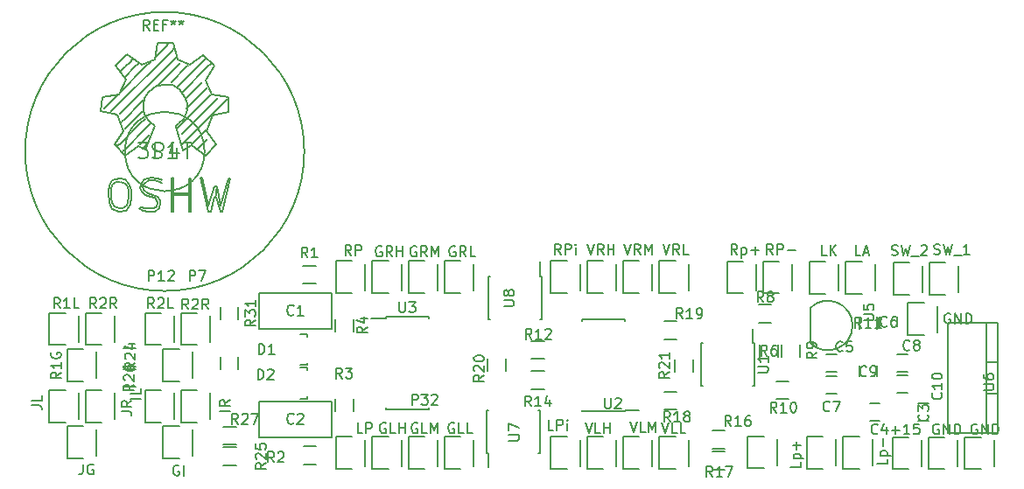
<source format=gto>
G04 #@! TF.FileFunction,Legend,Top*
%FSLAX46Y46*%
G04 Gerber Fmt 4.6, Leading zero omitted, Abs format (unit mm)*
G04 Created by KiCad (PCBNEW (2015-04-22 BZR 5620)-product) date 07/05/2015 20:43:11*
%MOMM*%
G01*
G04 APERTURE LIST*
%ADD10C,0.100000*%
%ADD11C,0.150000*%
%ADD12C,0.200000*%
G04 APERTURE END LIST*
D10*
D11*
X104770000Y-72020000D02*
X104770000Y-69480000D01*
X101950000Y-69200000D02*
X103500000Y-69200000D01*
X101950000Y-69200000D02*
X101950000Y-72300000D01*
X101950000Y-72300000D02*
X103500000Y-72300000D01*
X95520000Y-72020000D02*
X95520000Y-69480000D01*
X92700000Y-69200000D02*
X94250000Y-69200000D01*
X92700000Y-69200000D02*
X92700000Y-72300000D01*
X92700000Y-72300000D02*
X94250000Y-72300000D01*
X120000000Y-70750000D02*
X113000000Y-70750000D01*
X113000000Y-70750000D02*
X113000000Y-67250000D01*
X113000000Y-67250000D02*
X120000000Y-67250000D01*
X120000000Y-67250000D02*
X120000000Y-70750000D01*
X120000000Y-81250000D02*
X113000000Y-81250000D01*
X113000000Y-81250000D02*
X113000000Y-77750000D01*
X113000000Y-77750000D02*
X120000000Y-77750000D01*
X120000000Y-77750000D02*
X120000000Y-81250000D01*
X177750000Y-77950000D02*
X176750000Y-77950000D01*
X176750000Y-79650000D02*
X177750000Y-79650000D01*
X173050000Y-77950000D02*
X172050000Y-77950000D01*
X172050000Y-79650000D02*
X173050000Y-79650000D01*
X168850000Y-73250000D02*
X167850000Y-73250000D01*
X167850000Y-74950000D02*
X168850000Y-74950000D01*
X173050000Y-69550000D02*
X173050000Y-70550000D01*
X174750000Y-70550000D02*
X174750000Y-69550000D01*
X167850000Y-77050000D02*
X168850000Y-77050000D01*
X168850000Y-75350000D02*
X167850000Y-75350000D01*
X175750000Y-73250000D02*
X174750000Y-73250000D01*
X174750000Y-74950000D02*
X175750000Y-74950000D01*
X172750000Y-75350000D02*
X172750000Y-74350000D01*
X171050000Y-74350000D02*
X171050000Y-75350000D01*
X175750000Y-75250000D02*
X174750000Y-75250000D01*
X174750000Y-76950000D02*
X175750000Y-76950000D01*
X116948060Y-71250180D02*
X117649100Y-71250180D01*
X117649100Y-71250180D02*
X117649100Y-71499100D01*
X117649100Y-74049160D02*
X117649100Y-74249820D01*
X117649100Y-74249820D02*
X116948060Y-74249820D01*
X116948060Y-74500180D02*
X117649100Y-74500180D01*
X117649100Y-74500180D02*
X117649100Y-74749100D01*
X117649100Y-77299160D02*
X117649100Y-77499820D01*
X117649100Y-77499820D02*
X116948060Y-77499820D01*
X97270000Y-75520000D02*
X97270000Y-72980000D01*
X94450000Y-72700000D02*
X96000000Y-72700000D01*
X94450000Y-72700000D02*
X94450000Y-75800000D01*
X94450000Y-75800000D02*
X96000000Y-75800000D01*
X108270000Y-79520000D02*
X108270000Y-76980000D01*
X105450000Y-76700000D02*
X107000000Y-76700000D01*
X105450000Y-76700000D02*
X105450000Y-79800000D01*
X105450000Y-79800000D02*
X107000000Y-79800000D01*
X106520000Y-83020000D02*
X106520000Y-80480000D01*
X103700000Y-80200000D02*
X105250000Y-80200000D01*
X103700000Y-80200000D02*
X103700000Y-83300000D01*
X103700000Y-83300000D02*
X105250000Y-83300000D01*
X99020000Y-72020000D02*
X99020000Y-69480000D01*
X96200000Y-69200000D02*
X97750000Y-69200000D01*
X96200000Y-69200000D02*
X96200000Y-72300000D01*
X96200000Y-72300000D02*
X97750000Y-72300000D01*
X104770000Y-79520000D02*
X104770000Y-76980000D01*
X101950000Y-76700000D02*
X103500000Y-76700000D01*
X101950000Y-76700000D02*
X101950000Y-79800000D01*
X101950000Y-79800000D02*
X103500000Y-79800000D01*
X106520000Y-75520000D02*
X106520000Y-72980000D01*
X103700000Y-72700000D02*
X105250000Y-72700000D01*
X103700000Y-72700000D02*
X103700000Y-75800000D01*
X103700000Y-75800000D02*
X105250000Y-75800000D01*
X108270000Y-72020000D02*
X108270000Y-69480000D01*
X105450000Y-69200000D02*
X107000000Y-69200000D01*
X105450000Y-69200000D02*
X105450000Y-72300000D01*
X105450000Y-72300000D02*
X107000000Y-72300000D01*
X97270000Y-83020000D02*
X97270000Y-80480000D01*
X94450000Y-80200000D02*
X96000000Y-80200000D01*
X94450000Y-80200000D02*
X94450000Y-83300000D01*
X94450000Y-83300000D02*
X96000000Y-83300000D01*
X95520000Y-79520000D02*
X95520000Y-76980000D01*
X92700000Y-76700000D02*
X94250000Y-76700000D01*
X92700000Y-76700000D02*
X92700000Y-79800000D01*
X92700000Y-79800000D02*
X94250000Y-79800000D01*
X99020000Y-79520000D02*
X99020000Y-76980000D01*
X96200000Y-76700000D02*
X97750000Y-76700000D01*
X96200000Y-76700000D02*
X96200000Y-79800000D01*
X96200000Y-79800000D02*
X97750000Y-79800000D01*
X180570000Y-84070000D02*
X180570000Y-81530000D01*
X177750000Y-81250000D02*
X179300000Y-81250000D01*
X177750000Y-81250000D02*
X177750000Y-84350000D01*
X177750000Y-84350000D02*
X179300000Y-84350000D01*
X184070000Y-84070000D02*
X184070000Y-81530000D01*
X181250000Y-81250000D02*
X182800000Y-81250000D01*
X181250000Y-81250000D02*
X181250000Y-84350000D01*
X181250000Y-84350000D02*
X182800000Y-84350000D01*
X177070000Y-84070000D02*
X177070000Y-81530000D01*
X174250000Y-81250000D02*
X175800000Y-81250000D01*
X174250000Y-81250000D02*
X174250000Y-84350000D01*
X174250000Y-84350000D02*
X175800000Y-84350000D01*
X178570000Y-71070000D02*
X178570000Y-68530000D01*
X175750000Y-68250000D02*
X177300000Y-68250000D01*
X175750000Y-68250000D02*
X175750000Y-71350000D01*
X175750000Y-71350000D02*
X177300000Y-71350000D01*
X172300000Y-84010000D02*
X172300000Y-81470000D01*
X169480000Y-81190000D02*
X171030000Y-81190000D01*
X169480000Y-81190000D02*
X169480000Y-84290000D01*
X169480000Y-84290000D02*
X171030000Y-84290000D01*
X161070000Y-67030000D02*
X161070000Y-64490000D01*
X158250000Y-64210000D02*
X159800000Y-64210000D01*
X158250000Y-64210000D02*
X158250000Y-67310000D01*
X158250000Y-67310000D02*
X159800000Y-67310000D01*
X123270000Y-84020000D02*
X123270000Y-81480000D01*
X120450000Y-81200000D02*
X122000000Y-81200000D01*
X120450000Y-81200000D02*
X120450000Y-84300000D01*
X120450000Y-84300000D02*
X122000000Y-84300000D01*
X123270000Y-67020000D02*
X123270000Y-64480000D01*
X120450000Y-64200000D02*
X122000000Y-64200000D01*
X120450000Y-64200000D02*
X120450000Y-67300000D01*
X120450000Y-67300000D02*
X122000000Y-67300000D01*
X144020000Y-84020000D02*
X144020000Y-81480000D01*
X141200000Y-81200000D02*
X142750000Y-81200000D01*
X141200000Y-81200000D02*
X141200000Y-84300000D01*
X141200000Y-84300000D02*
X142750000Y-84300000D01*
X144020000Y-67020000D02*
X144020000Y-64480000D01*
X141200000Y-64200000D02*
X142750000Y-64200000D01*
X141200000Y-64200000D02*
X141200000Y-67300000D01*
X141200000Y-67300000D02*
X142750000Y-67300000D01*
X164570000Y-67030000D02*
X164570000Y-64490000D01*
X161750000Y-64210000D02*
X163300000Y-64210000D01*
X161750000Y-64210000D02*
X161750000Y-67310000D01*
X161750000Y-67310000D02*
X163300000Y-67310000D01*
X168810000Y-84010000D02*
X168810000Y-81470000D01*
X165990000Y-81190000D02*
X167540000Y-81190000D01*
X165990000Y-81190000D02*
X165990000Y-84290000D01*
X165990000Y-84290000D02*
X167540000Y-84290000D01*
X130270000Y-67020000D02*
X130270000Y-64480000D01*
X127450000Y-64200000D02*
X129000000Y-64200000D01*
X127450000Y-64200000D02*
X127450000Y-67300000D01*
X127450000Y-67300000D02*
X129000000Y-67300000D01*
X133770000Y-67020000D02*
X133770000Y-64480000D01*
X130950000Y-64200000D02*
X132500000Y-64200000D01*
X130950000Y-64200000D02*
X130950000Y-67300000D01*
X130950000Y-67300000D02*
X132500000Y-67300000D01*
X126770000Y-67020000D02*
X126770000Y-64480000D01*
X123950000Y-64200000D02*
X125500000Y-64200000D01*
X123950000Y-64200000D02*
X123950000Y-67300000D01*
X123950000Y-67300000D02*
X125500000Y-67300000D01*
X130270000Y-84020000D02*
X130270000Y-81480000D01*
X127450000Y-81200000D02*
X129000000Y-81200000D01*
X127450000Y-81200000D02*
X127450000Y-84300000D01*
X127450000Y-84300000D02*
X129000000Y-84300000D01*
X133770000Y-84020000D02*
X133770000Y-81480000D01*
X130950000Y-81200000D02*
X132500000Y-81200000D01*
X130950000Y-81200000D02*
X130950000Y-84300000D01*
X130950000Y-84300000D02*
X132500000Y-84300000D01*
X126770000Y-84020000D02*
X126770000Y-81480000D01*
X123950000Y-81200000D02*
X125500000Y-81200000D01*
X123950000Y-81200000D02*
X123950000Y-84300000D01*
X123950000Y-84300000D02*
X125500000Y-84300000D01*
X169070000Y-67070000D02*
X169070000Y-64530000D01*
X166250000Y-64250000D02*
X167800000Y-64250000D01*
X166250000Y-64250000D02*
X166250000Y-67350000D01*
X166250000Y-67350000D02*
X167800000Y-67350000D01*
X180670000Y-67170000D02*
X180670000Y-64630000D01*
X177850000Y-64350000D02*
X179400000Y-64350000D01*
X177850000Y-64350000D02*
X177850000Y-67450000D01*
X177850000Y-67450000D02*
X179400000Y-67450000D01*
X163070000Y-83970000D02*
X163070000Y-81430000D01*
X160250000Y-81150000D02*
X161800000Y-81150000D01*
X160250000Y-81150000D02*
X160250000Y-84250000D01*
X160250000Y-84250000D02*
X161800000Y-84250000D01*
X177170000Y-67170000D02*
X177170000Y-64630000D01*
X174350000Y-64350000D02*
X175900000Y-64350000D01*
X174350000Y-64350000D02*
X174350000Y-67450000D01*
X174350000Y-67450000D02*
X175900000Y-67450000D01*
X172570000Y-67070000D02*
X172570000Y-64530000D01*
X169750000Y-64250000D02*
X171300000Y-64250000D01*
X169750000Y-64250000D02*
X169750000Y-67350000D01*
X169750000Y-67350000D02*
X171300000Y-67350000D01*
X147520000Y-67020000D02*
X147520000Y-64480000D01*
X144700000Y-64200000D02*
X146250000Y-64200000D01*
X144700000Y-64200000D02*
X144700000Y-67300000D01*
X144700000Y-67300000D02*
X146250000Y-67300000D01*
X154520000Y-84020000D02*
X154520000Y-81480000D01*
X151700000Y-81200000D02*
X153250000Y-81200000D01*
X151700000Y-81200000D02*
X151700000Y-84300000D01*
X151700000Y-84300000D02*
X153250000Y-84300000D01*
X147520000Y-84020000D02*
X147520000Y-81480000D01*
X144700000Y-81200000D02*
X146250000Y-81200000D01*
X144700000Y-81200000D02*
X144700000Y-84300000D01*
X144700000Y-84300000D02*
X146250000Y-84300000D01*
X151020000Y-67020000D02*
X151020000Y-64480000D01*
X148200000Y-64200000D02*
X149750000Y-64200000D01*
X148200000Y-64200000D02*
X148200000Y-67300000D01*
X148200000Y-67300000D02*
X149750000Y-67300000D01*
X154520000Y-67020000D02*
X154520000Y-64480000D01*
X151700000Y-64200000D02*
X153250000Y-64200000D01*
X151700000Y-64200000D02*
X151700000Y-67300000D01*
X151700000Y-67300000D02*
X153250000Y-67300000D01*
X151020000Y-84020000D02*
X151020000Y-81480000D01*
X148200000Y-81200000D02*
X149750000Y-81200000D01*
X148200000Y-81200000D02*
X148200000Y-84300000D01*
X148200000Y-84300000D02*
X149750000Y-84300000D01*
X118450000Y-66375000D02*
X117250000Y-66375000D01*
X117250000Y-64625000D02*
X118450000Y-64625000D01*
X118500000Y-83875000D02*
X117300000Y-83875000D01*
X117300000Y-82125000D02*
X118500000Y-82125000D01*
X122125000Y-77550000D02*
X122125000Y-78750000D01*
X120375000Y-78750000D02*
X120375000Y-77550000D01*
X120375000Y-71000000D02*
X120375000Y-69800000D01*
X122125000Y-69800000D02*
X122125000Y-71000000D01*
X161425000Y-73450000D02*
X161425000Y-72250000D01*
X163175000Y-72250000D02*
X163175000Y-73450000D01*
X161350000Y-68425000D02*
X162550000Y-68425000D01*
X162550000Y-70175000D02*
X161350000Y-70175000D01*
X165275000Y-72250000D02*
X165275000Y-73450000D01*
X163525000Y-73450000D02*
X163525000Y-72250000D01*
X164200000Y-77575000D02*
X163000000Y-77575000D01*
X163000000Y-75825000D02*
X164200000Y-75825000D01*
X171025000Y-70750000D02*
X171025000Y-69550000D01*
X172775000Y-69550000D02*
X172775000Y-70750000D01*
X139350000Y-71925000D02*
X140550000Y-71925000D01*
X140550000Y-73675000D02*
X139350000Y-73675000D01*
X139350000Y-74825000D02*
X140550000Y-74825000D01*
X140550000Y-76575000D02*
X139350000Y-76575000D01*
X156850000Y-80625000D02*
X158050000Y-80625000D01*
X158050000Y-82375000D02*
X156850000Y-82375000D01*
X156850000Y-82625000D02*
X158050000Y-82625000D01*
X158050000Y-84375000D02*
X156850000Y-84375000D01*
X152150000Y-76825000D02*
X153350000Y-76825000D01*
X153350000Y-78575000D02*
X152150000Y-78575000D01*
X152150000Y-70025000D02*
X153350000Y-70025000D01*
X153350000Y-71775000D02*
X152150000Y-71775000D01*
X135125000Y-74800000D02*
X135125000Y-73600000D01*
X136875000Y-73600000D02*
X136875000Y-74800000D01*
X153225000Y-74900000D02*
X153225000Y-73700000D01*
X154975000Y-73700000D02*
X154975000Y-74900000D01*
X107708224Y-53587109D02*
G75*
G03X107708224Y-53587109I-3850000J0D01*
G01*
X117358224Y-53587109D02*
G75*
G03X117358224Y-53587109I-13500000J0D01*
G01*
X160875000Y-72125000D02*
X160730000Y-72125000D01*
X160875000Y-76275000D02*
X160730000Y-76275000D01*
X155725000Y-76275000D02*
X155870000Y-76275000D01*
X155725000Y-72125000D02*
X155870000Y-72125000D01*
X160875000Y-72125000D02*
X160875000Y-76275000D01*
X155725000Y-72125000D02*
X155725000Y-76275000D01*
X160730000Y-72125000D02*
X160730000Y-70725000D01*
X148375000Y-78760000D02*
X148375000Y-78645000D01*
X144225000Y-78760000D02*
X144225000Y-78645000D01*
X144225000Y-69860000D02*
X144225000Y-69975000D01*
X148375000Y-69860000D02*
X148375000Y-69975000D01*
X148375000Y-78760000D02*
X144225000Y-78760000D01*
X148375000Y-69860000D02*
X144225000Y-69860000D01*
X148375000Y-78645000D02*
X149750000Y-78645000D01*
X125225000Y-69610000D02*
X125225000Y-69725000D01*
X129375000Y-69610000D02*
X129375000Y-69725000D01*
X129375000Y-78510000D02*
X129375000Y-78395000D01*
X125225000Y-78510000D02*
X125225000Y-78395000D01*
X125225000Y-69610000D02*
X129375000Y-69610000D01*
X125225000Y-78510000D02*
X129375000Y-78510000D01*
X125225000Y-69725000D02*
X123850000Y-69725000D01*
X166300000Y-68730000D02*
X166300000Y-72130000D01*
X166302944Y-68732944D02*
G75*
G02X170400000Y-70430000I1697056J-1697056D01*
G01*
X166302944Y-72127056D02*
G75*
G03X170400000Y-70430000I1697056J1697056D01*
G01*
X135020000Y-82775000D02*
X135165000Y-82775000D01*
X135020000Y-78625000D02*
X135165000Y-78625000D01*
X140170000Y-78625000D02*
X140025000Y-78625000D01*
X140170000Y-82775000D02*
X140025000Y-82775000D01*
X135020000Y-82775000D02*
X135020000Y-78625000D01*
X140170000Y-82775000D02*
X140170000Y-78625000D01*
X135165000Y-82775000D02*
X135165000Y-84175000D01*
X140325000Y-65675000D02*
X140180000Y-65675000D01*
X140325000Y-69825000D02*
X140180000Y-69825000D01*
X135175000Y-69825000D02*
X135320000Y-69825000D01*
X135175000Y-65675000D02*
X135320000Y-65675000D01*
X140325000Y-65675000D02*
X140325000Y-69825000D01*
X135175000Y-65675000D02*
X135175000Y-69825000D01*
X140180000Y-65675000D02*
X140180000Y-64275000D01*
X184448000Y-74016000D02*
X183305000Y-74016000D01*
X184448000Y-77064000D02*
X183305000Y-77064000D01*
X183305000Y-80874000D02*
X179622000Y-80874000D01*
X179622000Y-80874000D02*
X179622000Y-70206000D01*
X179622000Y-70206000D02*
X183305000Y-70206000D01*
X184448000Y-80874000D02*
X183305000Y-80874000D01*
X183305000Y-80874000D02*
X183305000Y-70206000D01*
X183305000Y-70206000D02*
X184448000Y-70206000D01*
X184448000Y-75540000D02*
X184448000Y-70206000D01*
X184448000Y-75540000D02*
X184448000Y-80874000D01*
X104500380Y-43900480D02*
X98599960Y-49800900D01*
X98899680Y-48500420D02*
X99400060Y-48000040D01*
X103499620Y-46900220D02*
X103199900Y-47199940D01*
X101500640Y-49899960D02*
X101698760Y-49699300D01*
X100499880Y-44901240D02*
X100700540Y-44700580D01*
X99999500Y-45399080D02*
X99600720Y-45800400D01*
X101000260Y-45399080D02*
X101299980Y-45099360D01*
X102001020Y-45399080D02*
X102498860Y-44901240D01*
X104000000Y-43400100D02*
X104200660Y-43199440D01*
X104500380Y-43900480D02*
X104800100Y-43600760D01*
X104500380Y-44901240D02*
X105000760Y-44400860D01*
X105998980Y-45399080D02*
X106100580Y-45300020D01*
X105000760Y-45399080D02*
X105399540Y-45000300D01*
X107500120Y-44901240D02*
X107799840Y-44598980D01*
X108000500Y-45399080D02*
X108300220Y-45099360D01*
X99999500Y-50400340D02*
X99699780Y-50700060D01*
X101500640Y-48899200D02*
X101800360Y-48599480D01*
X99400060Y-52899700D02*
X99199400Y-53100360D01*
X101500640Y-50900720D02*
X102001020Y-50400340D01*
X99999500Y-53400080D02*
X99798840Y-53600740D01*
X102001020Y-51401100D02*
X102498860Y-50900720D01*
X102001020Y-52399320D02*
X102399800Y-52000540D01*
X107500120Y-47900980D02*
X108000500Y-47400600D01*
X108000500Y-48398820D02*
X108300220Y-48099100D01*
X107500120Y-51898940D02*
X107898900Y-51500160D01*
X109499100Y-48899200D02*
X109900420Y-48500420D01*
X108000500Y-52399320D02*
X106999740Y-53400080D01*
X107500120Y-51898940D02*
X106499360Y-52899700D01*
X109499100Y-48899200D02*
X105501140Y-52899700D01*
X109001260Y-48398820D02*
X105501140Y-51898940D01*
X108000500Y-48398820D02*
X105000760Y-51401100D01*
X102001020Y-52399320D02*
X101500640Y-52899700D01*
X102001020Y-51401100D02*
X99999500Y-53400080D01*
X101500640Y-50900720D02*
X99499120Y-52899700D01*
X101500640Y-49899960D02*
X99999500Y-51401100D01*
X101500640Y-48899200D02*
X99999500Y-50400340D01*
X104000000Y-43400100D02*
X102999240Y-44400860D01*
X100499880Y-44901240D02*
X99999500Y-45399080D01*
X101000260Y-45399080D02*
X99999500Y-46399840D01*
X98998740Y-48398820D02*
X98000520Y-49399580D01*
X102001020Y-45399080D02*
X99499120Y-47900980D01*
X104500380Y-44901240D02*
X99499120Y-49899960D01*
X107500120Y-47900980D02*
X105998980Y-49399580D01*
X107500120Y-46900220D02*
X105998980Y-48398820D01*
X105000760Y-45399080D02*
X103499620Y-46900220D01*
X108000500Y-45399080D02*
X105501140Y-47900980D01*
X107500120Y-44901240D02*
X105000760Y-47400600D01*
X105998980Y-45399080D02*
X104500380Y-46900220D01*
X108800600Y-57199920D02*
X108800600Y-57799360D01*
X107299460Y-56100100D02*
X108099560Y-59399560D01*
X108099560Y-59399560D02*
X108300220Y-59399560D01*
X108300220Y-59399560D02*
X108699000Y-58000020D01*
X108699000Y-58000020D02*
X108800600Y-58000020D01*
X108800600Y-58000020D02*
X109300980Y-59399560D01*
X109300980Y-59399560D02*
X109400040Y-59399560D01*
X109400040Y-59399560D02*
X110200140Y-56199160D01*
X110200140Y-56199160D02*
X109999480Y-56199160D01*
X109999480Y-56199160D02*
X109300980Y-58800120D01*
X109300980Y-58800120D02*
X108899660Y-56999260D01*
X108899660Y-56999260D02*
X108699000Y-56999260D01*
X108699000Y-56999260D02*
X108099560Y-58800120D01*
X108099560Y-58800120D02*
X107500120Y-56100100D01*
X107500120Y-56100100D02*
X107299460Y-56100100D01*
X104599440Y-57601240D02*
X106100580Y-57601240D01*
X106100580Y-57601240D02*
X106100580Y-57799360D01*
X106100580Y-57799360D02*
X104701040Y-57799360D01*
X106199640Y-56199160D02*
X106199640Y-59399560D01*
X106199640Y-59399560D02*
X106400300Y-59399560D01*
X106400300Y-59399560D02*
X106400300Y-56199160D01*
X106400300Y-56199160D02*
X106199640Y-56199160D01*
X104701040Y-56100100D02*
X104599440Y-56100100D01*
X104500380Y-56100100D02*
X104500380Y-59399560D01*
X104500380Y-59399560D02*
X104701040Y-59399560D01*
X104701040Y-59399560D02*
X104701040Y-56100100D01*
X103601220Y-56399820D02*
X103499620Y-56300760D01*
X103499620Y-56300760D02*
X103100840Y-56199160D01*
X103100840Y-56199160D02*
X102600460Y-56100100D01*
X102600460Y-56100100D02*
X101899420Y-56300760D01*
X101899420Y-56300760D02*
X101599700Y-56600480D01*
X101599700Y-56600480D02*
X101500640Y-57100860D01*
X101500640Y-57100860D02*
X101599700Y-57499640D01*
X101599700Y-57499640D02*
X102001020Y-57799360D01*
X102001020Y-57799360D02*
X102498860Y-58000020D01*
X102498860Y-58000020D02*
X102900180Y-58099080D01*
X102900180Y-58099080D02*
X103100840Y-58299740D01*
X103100840Y-58299740D02*
X103199900Y-58599460D01*
X103199900Y-58599460D02*
X103100840Y-58899180D01*
X103100840Y-58899180D02*
X102801120Y-59099840D01*
X102801120Y-59099840D02*
X102399800Y-59099840D01*
X102399800Y-59099840D02*
X101899420Y-59099840D01*
X101899420Y-59099840D02*
X101599700Y-59000780D01*
X101599700Y-59000780D02*
X101399040Y-59099840D01*
X101399040Y-59099840D02*
X101698760Y-59300500D01*
X101698760Y-59300500D02*
X102300740Y-59399560D01*
X102300740Y-59399560D02*
X102900180Y-59399560D01*
X102900180Y-59399560D02*
X103298960Y-59099840D01*
X103298960Y-59099840D02*
X103400560Y-58599460D01*
X103400560Y-58599460D02*
X103400560Y-58299740D01*
X103400560Y-58299740D02*
X103199900Y-58000020D01*
X103199900Y-58000020D02*
X102699520Y-57799360D01*
X102699520Y-57799360D02*
X102199140Y-57601240D01*
X102199140Y-57601240D02*
X101800360Y-57298980D01*
X101800360Y-57298980D02*
X101698760Y-56999260D01*
X101698760Y-56999260D02*
X101899420Y-56699540D01*
X101899420Y-56699540D02*
X102300740Y-56399820D01*
X102300740Y-56399820D02*
X102900180Y-56399820D01*
X102900180Y-56399820D02*
X103298960Y-56498880D01*
X103298960Y-56498880D02*
X103601220Y-56600480D01*
X99499120Y-56498880D02*
X99199400Y-56498880D01*
X99199400Y-56498880D02*
X98800620Y-56801140D01*
X98800620Y-56801140D02*
X98699020Y-57298980D01*
X98699020Y-57298980D02*
X98699020Y-58099080D01*
X98699020Y-58099080D02*
X98800620Y-58599460D01*
X98800620Y-58599460D02*
X98998740Y-58899180D01*
X98998740Y-58899180D02*
X99400060Y-59099840D01*
X99400060Y-59099840D02*
X99798840Y-59099840D01*
X99798840Y-59099840D02*
X100200160Y-58800120D01*
X100200160Y-58800120D02*
X100400820Y-58099080D01*
X100400820Y-58099080D02*
X100400820Y-57298980D01*
X100400820Y-57298980D02*
X100200160Y-56900200D01*
X100200160Y-56900200D02*
X99999500Y-56699540D01*
X99999500Y-56699540D02*
X99600720Y-56498880D01*
X99499120Y-56199160D02*
X99100340Y-56300760D01*
X99100340Y-56300760D02*
X98800620Y-56399820D01*
X98800620Y-56399820D02*
X98500900Y-56900200D01*
X98500900Y-56900200D02*
X98399300Y-57499640D01*
X98399300Y-57499640D02*
X98500900Y-58599460D01*
X98500900Y-58599460D02*
X98800620Y-59198900D01*
X98800620Y-59198900D02*
X99400060Y-59399560D01*
X99400060Y-59399560D02*
X100101100Y-59300500D01*
X100101100Y-59300500D02*
X100499880Y-58701060D01*
X100499880Y-58701060D02*
X100598940Y-58000020D01*
X100598940Y-58000020D02*
X100598940Y-57298980D01*
X100598940Y-57298980D02*
X100400820Y-56699540D01*
X100400820Y-56699540D02*
X99999500Y-56300760D01*
X99999500Y-56300760D02*
X99499120Y-56199160D01*
X102900180Y-51101380D02*
X102399800Y-50700060D01*
X102399800Y-50700060D02*
X102001020Y-50199680D01*
X102001020Y-50199680D02*
X101800360Y-49699300D01*
X101800360Y-49699300D02*
X101800360Y-49000800D01*
X101800360Y-49000800D02*
X101901960Y-48401360D01*
X101901960Y-48401360D02*
X102300740Y-47799380D01*
X102300740Y-47799380D02*
X103100840Y-47199940D01*
X103100840Y-47199940D02*
X103900940Y-47100880D01*
X103900940Y-47100880D02*
X104601980Y-47100880D01*
X104601980Y-47100880D02*
X105300480Y-47601260D01*
X105300480Y-47601260D02*
X105800860Y-48299760D01*
X105800860Y-48299760D02*
X106001520Y-48899200D01*
X106001520Y-48899200D02*
X106001520Y-49600240D01*
X106001520Y-49600240D02*
X105701800Y-50400340D01*
X105701800Y-50400340D02*
X105201420Y-50900720D01*
X105201420Y-50900720D02*
X104901700Y-51101380D01*
X104901700Y-51200440D02*
X105651000Y-53450880D01*
X105651000Y-53450880D02*
X106501900Y-53001300D01*
X106501900Y-53001300D02*
X107799840Y-53999520D01*
X107799840Y-53999520D02*
X108800600Y-52899700D01*
X108800600Y-52899700D02*
X107901440Y-51599220D01*
X107901440Y-51599220D02*
X108401820Y-50301280D01*
X108401820Y-50301280D02*
X108401820Y-50100620D01*
X108401820Y-50100620D02*
X110002020Y-49800900D01*
X110002020Y-49800900D02*
X110002020Y-48299760D01*
X110002020Y-48299760D02*
X108401820Y-48101640D01*
X108401820Y-48101640D02*
X107799840Y-46699560D01*
X107799840Y-46699560D02*
X108701540Y-45300020D01*
X108701540Y-45300020D02*
X107601720Y-44299260D01*
X107601720Y-44299260D02*
X106301240Y-45200960D01*
X106301240Y-45200960D02*
X105099820Y-44700580D01*
X105099820Y-44700580D02*
X104701040Y-43100380D01*
X104701040Y-43100380D02*
X103199900Y-43100380D01*
X103199900Y-43100380D02*
X102900180Y-44700580D01*
X102900180Y-44700580D02*
X101599700Y-45200960D01*
X101599700Y-45200960D02*
X100200160Y-44200200D01*
X100200160Y-44200200D02*
X99100340Y-45300020D01*
X99100340Y-45300020D02*
X100101100Y-46600500D01*
X100101100Y-46600500D02*
X99400060Y-48101640D01*
X99400060Y-48101640D02*
X97799860Y-48299760D01*
X97799860Y-48299760D02*
X97700800Y-49699300D01*
X97700800Y-49699300D02*
X99301000Y-50001560D01*
X99301000Y-50001560D02*
X99900440Y-51599220D01*
X99900440Y-51599220D02*
X99001280Y-52899700D01*
X99001280Y-52899700D02*
X100002040Y-53999520D01*
X100002040Y-53999520D02*
X101299980Y-53100360D01*
X101299980Y-53100360D02*
X102001020Y-53400080D01*
X102001020Y-53400080D02*
X102900180Y-51101380D01*
X99850000Y-72625000D02*
X101050000Y-72625000D01*
X101050000Y-74375000D02*
X99850000Y-74375000D01*
X109550000Y-82225000D02*
X110750000Y-82225000D01*
X110750000Y-83975000D02*
X109550000Y-83975000D01*
X101050000Y-76375000D02*
X99850000Y-76375000D01*
X99850000Y-74625000D02*
X101050000Y-74625000D01*
X110750000Y-81975000D02*
X109550000Y-81975000D01*
X109550000Y-80225000D02*
X110750000Y-80225000D01*
X110975000Y-73450000D02*
X110975000Y-74650000D01*
X109225000Y-74650000D02*
X109225000Y-73450000D01*
X109225000Y-69850000D02*
X109225000Y-68650000D01*
X110975000Y-68650000D02*
X110975000Y-69850000D01*
X102285714Y-66102381D02*
X102285714Y-65102381D01*
X102666667Y-65102381D01*
X102761905Y-65150000D01*
X102809524Y-65197619D01*
X102857143Y-65292857D01*
X102857143Y-65435714D01*
X102809524Y-65530952D01*
X102761905Y-65578571D01*
X102666667Y-65626190D01*
X102285714Y-65626190D01*
X103809524Y-66102381D02*
X103238095Y-66102381D01*
X103523809Y-66102381D02*
X103523809Y-65102381D01*
X103428571Y-65245238D01*
X103333333Y-65340476D01*
X103238095Y-65388095D01*
X104190476Y-65197619D02*
X104238095Y-65150000D01*
X104333333Y-65102381D01*
X104571429Y-65102381D01*
X104666667Y-65150000D01*
X104714286Y-65197619D01*
X104761905Y-65292857D01*
X104761905Y-65388095D01*
X104714286Y-65530952D01*
X104142857Y-66102381D01*
X104761905Y-66102381D01*
X102828572Y-68752381D02*
X102495238Y-68276190D01*
X102257143Y-68752381D02*
X102257143Y-67752381D01*
X102638096Y-67752381D01*
X102733334Y-67800000D01*
X102780953Y-67847619D01*
X102828572Y-67942857D01*
X102828572Y-68085714D01*
X102780953Y-68180952D01*
X102733334Y-68228571D01*
X102638096Y-68276190D01*
X102257143Y-68276190D01*
X103209524Y-67847619D02*
X103257143Y-67800000D01*
X103352381Y-67752381D01*
X103590477Y-67752381D01*
X103685715Y-67800000D01*
X103733334Y-67847619D01*
X103780953Y-67942857D01*
X103780953Y-68038095D01*
X103733334Y-68180952D01*
X103161905Y-68752381D01*
X103780953Y-68752381D01*
X104685715Y-68752381D02*
X104209524Y-68752381D01*
X104209524Y-67752381D01*
X93728572Y-68752381D02*
X93395238Y-68276190D01*
X93157143Y-68752381D02*
X93157143Y-67752381D01*
X93538096Y-67752381D01*
X93633334Y-67800000D01*
X93680953Y-67847619D01*
X93728572Y-67942857D01*
X93728572Y-68085714D01*
X93680953Y-68180952D01*
X93633334Y-68228571D01*
X93538096Y-68276190D01*
X93157143Y-68276190D01*
X94680953Y-68752381D02*
X94109524Y-68752381D01*
X94395238Y-68752381D02*
X94395238Y-67752381D01*
X94300000Y-67895238D01*
X94204762Y-67990476D01*
X94109524Y-68038095D01*
X95585715Y-68752381D02*
X95109524Y-68752381D01*
X95109524Y-67752381D01*
X116333334Y-69357143D02*
X116285715Y-69404762D01*
X116142858Y-69452381D01*
X116047620Y-69452381D01*
X115904762Y-69404762D01*
X115809524Y-69309524D01*
X115761905Y-69214286D01*
X115714286Y-69023810D01*
X115714286Y-68880952D01*
X115761905Y-68690476D01*
X115809524Y-68595238D01*
X115904762Y-68500000D01*
X116047620Y-68452381D01*
X116142858Y-68452381D01*
X116285715Y-68500000D01*
X116333334Y-68547619D01*
X117285715Y-69452381D02*
X116714286Y-69452381D01*
X117000000Y-69452381D02*
X117000000Y-68452381D01*
X116904762Y-68595238D01*
X116809524Y-68690476D01*
X116714286Y-68738095D01*
X116333334Y-79857143D02*
X116285715Y-79904762D01*
X116142858Y-79952381D01*
X116047620Y-79952381D01*
X115904762Y-79904762D01*
X115809524Y-79809524D01*
X115761905Y-79714286D01*
X115714286Y-79523810D01*
X115714286Y-79380952D01*
X115761905Y-79190476D01*
X115809524Y-79095238D01*
X115904762Y-79000000D01*
X116047620Y-78952381D01*
X116142858Y-78952381D01*
X116285715Y-79000000D01*
X116333334Y-79047619D01*
X116714286Y-79047619D02*
X116761905Y-79000000D01*
X116857143Y-78952381D01*
X117095239Y-78952381D01*
X117190477Y-79000000D01*
X117238096Y-79047619D01*
X117285715Y-79142857D01*
X117285715Y-79238095D01*
X117238096Y-79380952D01*
X116666667Y-79952381D01*
X117285715Y-79952381D01*
X177657143Y-79066666D02*
X177704762Y-79114285D01*
X177752381Y-79257142D01*
X177752381Y-79352380D01*
X177704762Y-79495238D01*
X177609524Y-79590476D01*
X177514286Y-79638095D01*
X177323810Y-79685714D01*
X177180952Y-79685714D01*
X176990476Y-79638095D01*
X176895238Y-79590476D01*
X176800000Y-79495238D01*
X176752381Y-79352380D01*
X176752381Y-79257142D01*
X176800000Y-79114285D01*
X176847619Y-79066666D01*
X176752381Y-78733333D02*
X176752381Y-78114285D01*
X177133333Y-78447619D01*
X177133333Y-78304761D01*
X177180952Y-78209523D01*
X177228571Y-78161904D01*
X177323810Y-78114285D01*
X177561905Y-78114285D01*
X177657143Y-78161904D01*
X177704762Y-78209523D01*
X177752381Y-78304761D01*
X177752381Y-78590476D01*
X177704762Y-78685714D01*
X177657143Y-78733333D01*
X172833334Y-80857143D02*
X172785715Y-80904762D01*
X172642858Y-80952381D01*
X172547620Y-80952381D01*
X172404762Y-80904762D01*
X172309524Y-80809524D01*
X172261905Y-80714286D01*
X172214286Y-80523810D01*
X172214286Y-80380952D01*
X172261905Y-80190476D01*
X172309524Y-80095238D01*
X172404762Y-80000000D01*
X172547620Y-79952381D01*
X172642858Y-79952381D01*
X172785715Y-80000000D01*
X172833334Y-80047619D01*
X173690477Y-80285714D02*
X173690477Y-80952381D01*
X173452381Y-79904762D02*
X173214286Y-80619048D01*
X173833334Y-80619048D01*
X169433334Y-72857143D02*
X169385715Y-72904762D01*
X169242858Y-72952381D01*
X169147620Y-72952381D01*
X169004762Y-72904762D01*
X168909524Y-72809524D01*
X168861905Y-72714286D01*
X168814286Y-72523810D01*
X168814286Y-72380952D01*
X168861905Y-72190476D01*
X168909524Y-72095238D01*
X169004762Y-72000000D01*
X169147620Y-71952381D01*
X169242858Y-71952381D01*
X169385715Y-72000000D01*
X169433334Y-72047619D01*
X170338096Y-71952381D02*
X169861905Y-71952381D01*
X169814286Y-72428571D01*
X169861905Y-72380952D01*
X169957143Y-72333333D01*
X170195239Y-72333333D01*
X170290477Y-72380952D01*
X170338096Y-72428571D01*
X170385715Y-72523810D01*
X170385715Y-72761905D01*
X170338096Y-72857143D01*
X170290477Y-72904762D01*
X170195239Y-72952381D01*
X169957143Y-72952381D01*
X169861905Y-72904762D01*
X169814286Y-72857143D01*
X173733334Y-70457143D02*
X173685715Y-70504762D01*
X173542858Y-70552381D01*
X173447620Y-70552381D01*
X173304762Y-70504762D01*
X173209524Y-70409524D01*
X173161905Y-70314286D01*
X173114286Y-70123810D01*
X173114286Y-69980952D01*
X173161905Y-69790476D01*
X173209524Y-69695238D01*
X173304762Y-69600000D01*
X173447620Y-69552381D01*
X173542858Y-69552381D01*
X173685715Y-69600000D01*
X173733334Y-69647619D01*
X174590477Y-69552381D02*
X174400000Y-69552381D01*
X174304762Y-69600000D01*
X174257143Y-69647619D01*
X174161905Y-69790476D01*
X174114286Y-69980952D01*
X174114286Y-70361905D01*
X174161905Y-70457143D01*
X174209524Y-70504762D01*
X174304762Y-70552381D01*
X174495239Y-70552381D01*
X174590477Y-70504762D01*
X174638096Y-70457143D01*
X174685715Y-70361905D01*
X174685715Y-70123810D01*
X174638096Y-70028571D01*
X174590477Y-69980952D01*
X174495239Y-69933333D01*
X174304762Y-69933333D01*
X174209524Y-69980952D01*
X174161905Y-70028571D01*
X174114286Y-70123810D01*
X168183334Y-78657143D02*
X168135715Y-78704762D01*
X167992858Y-78752381D01*
X167897620Y-78752381D01*
X167754762Y-78704762D01*
X167659524Y-78609524D01*
X167611905Y-78514286D01*
X167564286Y-78323810D01*
X167564286Y-78180952D01*
X167611905Y-77990476D01*
X167659524Y-77895238D01*
X167754762Y-77800000D01*
X167897620Y-77752381D01*
X167992858Y-77752381D01*
X168135715Y-77800000D01*
X168183334Y-77847619D01*
X168516667Y-77752381D02*
X169183334Y-77752381D01*
X168754762Y-78752381D01*
X175933334Y-72757143D02*
X175885715Y-72804762D01*
X175742858Y-72852381D01*
X175647620Y-72852381D01*
X175504762Y-72804762D01*
X175409524Y-72709524D01*
X175361905Y-72614286D01*
X175314286Y-72423810D01*
X175314286Y-72280952D01*
X175361905Y-72090476D01*
X175409524Y-71995238D01*
X175504762Y-71900000D01*
X175647620Y-71852381D01*
X175742858Y-71852381D01*
X175885715Y-71900000D01*
X175933334Y-71947619D01*
X176504762Y-72280952D02*
X176409524Y-72233333D01*
X176361905Y-72185714D01*
X176314286Y-72090476D01*
X176314286Y-72042857D01*
X176361905Y-71947619D01*
X176409524Y-71900000D01*
X176504762Y-71852381D01*
X176695239Y-71852381D01*
X176790477Y-71900000D01*
X176838096Y-71947619D01*
X176885715Y-72042857D01*
X176885715Y-72090476D01*
X176838096Y-72185714D01*
X176790477Y-72233333D01*
X176695239Y-72280952D01*
X176504762Y-72280952D01*
X176409524Y-72328571D01*
X176361905Y-72376190D01*
X176314286Y-72471429D01*
X176314286Y-72661905D01*
X176361905Y-72757143D01*
X176409524Y-72804762D01*
X176504762Y-72852381D01*
X176695239Y-72852381D01*
X176790477Y-72804762D01*
X176838096Y-72757143D01*
X176885715Y-72661905D01*
X176885715Y-72471429D01*
X176838096Y-72376190D01*
X176790477Y-72328571D01*
X176695239Y-72280952D01*
X171733334Y-75257143D02*
X171685715Y-75304762D01*
X171542858Y-75352381D01*
X171447620Y-75352381D01*
X171304762Y-75304762D01*
X171209524Y-75209524D01*
X171161905Y-75114286D01*
X171114286Y-74923810D01*
X171114286Y-74780952D01*
X171161905Y-74590476D01*
X171209524Y-74495238D01*
X171304762Y-74400000D01*
X171447620Y-74352381D01*
X171542858Y-74352381D01*
X171685715Y-74400000D01*
X171733334Y-74447619D01*
X172209524Y-75352381D02*
X172400000Y-75352381D01*
X172495239Y-75304762D01*
X172542858Y-75257143D01*
X172638096Y-75114286D01*
X172685715Y-74923810D01*
X172685715Y-74542857D01*
X172638096Y-74447619D01*
X172590477Y-74400000D01*
X172495239Y-74352381D01*
X172304762Y-74352381D01*
X172209524Y-74400000D01*
X172161905Y-74447619D01*
X172114286Y-74542857D01*
X172114286Y-74780952D01*
X172161905Y-74876190D01*
X172209524Y-74923810D01*
X172304762Y-74971429D01*
X172495239Y-74971429D01*
X172590477Y-74923810D01*
X172638096Y-74876190D01*
X172685715Y-74780952D01*
X178957143Y-76942857D02*
X179004762Y-76990476D01*
X179052381Y-77133333D01*
X179052381Y-77228571D01*
X179004762Y-77371429D01*
X178909524Y-77466667D01*
X178814286Y-77514286D01*
X178623810Y-77561905D01*
X178480952Y-77561905D01*
X178290476Y-77514286D01*
X178195238Y-77466667D01*
X178100000Y-77371429D01*
X178052381Y-77228571D01*
X178052381Y-77133333D01*
X178100000Y-76990476D01*
X178147619Y-76942857D01*
X179052381Y-75990476D02*
X179052381Y-76561905D01*
X179052381Y-76276191D02*
X178052381Y-76276191D01*
X178195238Y-76371429D01*
X178290476Y-76466667D01*
X178338095Y-76561905D01*
X178052381Y-75371429D02*
X178052381Y-75276190D01*
X178100000Y-75180952D01*
X178147619Y-75133333D01*
X178242857Y-75085714D01*
X178433333Y-75038095D01*
X178671429Y-75038095D01*
X178861905Y-75085714D01*
X178957143Y-75133333D01*
X179004762Y-75180952D01*
X179052381Y-75276190D01*
X179052381Y-75371429D01*
X179004762Y-75466667D01*
X178957143Y-75514286D01*
X178861905Y-75561905D01*
X178671429Y-75609524D01*
X178433333Y-75609524D01*
X178242857Y-75561905D01*
X178147619Y-75514286D01*
X178100000Y-75466667D01*
X178052381Y-75371429D01*
X112961905Y-73202381D02*
X112961905Y-72202381D01*
X113200000Y-72202381D01*
X113342858Y-72250000D01*
X113438096Y-72345238D01*
X113485715Y-72440476D01*
X113533334Y-72630952D01*
X113533334Y-72773810D01*
X113485715Y-72964286D01*
X113438096Y-73059524D01*
X113342858Y-73154762D01*
X113200000Y-73202381D01*
X112961905Y-73202381D01*
X114485715Y-73202381D02*
X113914286Y-73202381D01*
X114200000Y-73202381D02*
X114200000Y-72202381D01*
X114104762Y-72345238D01*
X114009524Y-72440476D01*
X113914286Y-72488095D01*
X112861905Y-75652381D02*
X112861905Y-74652381D01*
X113100000Y-74652381D01*
X113242858Y-74700000D01*
X113338096Y-74795238D01*
X113385715Y-74890476D01*
X113433334Y-75080952D01*
X113433334Y-75223810D01*
X113385715Y-75414286D01*
X113338096Y-75509524D01*
X113242858Y-75604762D01*
X113100000Y-75652381D01*
X112861905Y-75652381D01*
X113814286Y-74747619D02*
X113861905Y-74700000D01*
X113957143Y-74652381D01*
X114195239Y-74652381D01*
X114290477Y-74700000D01*
X114338096Y-74747619D01*
X114385715Y-74842857D01*
X114385715Y-74938095D01*
X114338096Y-75080952D01*
X113766667Y-75652381D01*
X114385715Y-75652381D01*
X93852381Y-74966666D02*
X93376190Y-75300000D01*
X93852381Y-75538095D02*
X92852381Y-75538095D01*
X92852381Y-75157142D01*
X92900000Y-75061904D01*
X92947619Y-75014285D01*
X93042857Y-74966666D01*
X93185714Y-74966666D01*
X93280952Y-75014285D01*
X93328571Y-75061904D01*
X93376190Y-75157142D01*
X93376190Y-75538095D01*
X93852381Y-74014285D02*
X93852381Y-74585714D01*
X93852381Y-74300000D02*
X92852381Y-74300000D01*
X92995238Y-74395238D01*
X93090476Y-74490476D01*
X93138095Y-74585714D01*
X92900000Y-73061904D02*
X92852381Y-73157142D01*
X92852381Y-73299999D01*
X92900000Y-73442857D01*
X92995238Y-73538095D01*
X93090476Y-73585714D01*
X93280952Y-73633333D01*
X93423810Y-73633333D01*
X93614286Y-73585714D01*
X93709524Y-73538095D01*
X93804762Y-73442857D01*
X93852381Y-73299999D01*
X93852381Y-73204761D01*
X93804762Y-73061904D01*
X93757143Y-73014285D01*
X93423810Y-73014285D01*
X93423810Y-73204761D01*
X110152381Y-78700000D02*
X109152381Y-78700000D01*
X110152381Y-77652381D02*
X109676190Y-77985715D01*
X110152381Y-78223810D02*
X109152381Y-78223810D01*
X109152381Y-77842857D01*
X109200000Y-77747619D01*
X109247619Y-77700000D01*
X109342857Y-77652381D01*
X109485714Y-77652381D01*
X109580952Y-77700000D01*
X109628571Y-77747619D01*
X109676190Y-77842857D01*
X109676190Y-78223810D01*
X105223810Y-84000000D02*
X105128572Y-83952381D01*
X104985715Y-83952381D01*
X104842857Y-84000000D01*
X104747619Y-84095238D01*
X104700000Y-84190476D01*
X104652381Y-84380952D01*
X104652381Y-84523810D01*
X104700000Y-84714286D01*
X104747619Y-84809524D01*
X104842857Y-84904762D01*
X104985715Y-84952381D01*
X105080953Y-84952381D01*
X105223810Y-84904762D01*
X105271429Y-84857143D01*
X105271429Y-84523810D01*
X105080953Y-84523810D01*
X105700000Y-84952381D02*
X105700000Y-83952381D01*
X97233334Y-68752381D02*
X96900000Y-68276190D01*
X96661905Y-68752381D02*
X96661905Y-67752381D01*
X97042858Y-67752381D01*
X97138096Y-67800000D01*
X97185715Y-67847619D01*
X97233334Y-67942857D01*
X97233334Y-68085714D01*
X97185715Y-68180952D01*
X97138096Y-68228571D01*
X97042858Y-68276190D01*
X96661905Y-68276190D01*
X97614286Y-67847619D02*
X97661905Y-67800000D01*
X97757143Y-67752381D01*
X97995239Y-67752381D01*
X98090477Y-67800000D01*
X98138096Y-67847619D01*
X98185715Y-67942857D01*
X98185715Y-68038095D01*
X98138096Y-68180952D01*
X97566667Y-68752381D01*
X98185715Y-68752381D01*
X99185715Y-68752381D02*
X98852381Y-68276190D01*
X98614286Y-68752381D02*
X98614286Y-67752381D01*
X98995239Y-67752381D01*
X99090477Y-67800000D01*
X99138096Y-67847619D01*
X99185715Y-67942857D01*
X99185715Y-68085714D01*
X99138096Y-68180952D01*
X99090477Y-68228571D01*
X98995239Y-68276190D01*
X98614286Y-68276190D01*
X101552381Y-77504762D02*
X100552381Y-77504762D01*
X101552381Y-76552381D02*
X101552381Y-77028572D01*
X100552381Y-77028572D01*
X106261905Y-66102381D02*
X106261905Y-65102381D01*
X106642858Y-65102381D01*
X106738096Y-65150000D01*
X106785715Y-65197619D01*
X106833334Y-65292857D01*
X106833334Y-65435714D01*
X106785715Y-65530952D01*
X106738096Y-65578571D01*
X106642858Y-65626190D01*
X106261905Y-65626190D01*
X107166667Y-65102381D02*
X107833334Y-65102381D01*
X107404762Y-66102381D01*
X106133334Y-68852381D02*
X105800000Y-68376190D01*
X105561905Y-68852381D02*
X105561905Y-67852381D01*
X105942858Y-67852381D01*
X106038096Y-67900000D01*
X106085715Y-67947619D01*
X106133334Y-68042857D01*
X106133334Y-68185714D01*
X106085715Y-68280952D01*
X106038096Y-68328571D01*
X105942858Y-68376190D01*
X105561905Y-68376190D01*
X106514286Y-67947619D02*
X106561905Y-67900000D01*
X106657143Y-67852381D01*
X106895239Y-67852381D01*
X106990477Y-67900000D01*
X107038096Y-67947619D01*
X107085715Y-68042857D01*
X107085715Y-68138095D01*
X107038096Y-68280952D01*
X106466667Y-68852381D01*
X107085715Y-68852381D01*
X108085715Y-68852381D02*
X107752381Y-68376190D01*
X107514286Y-68852381D02*
X107514286Y-67852381D01*
X107895239Y-67852381D01*
X107990477Y-67900000D01*
X108038096Y-67947619D01*
X108085715Y-68042857D01*
X108085715Y-68185714D01*
X108038096Y-68280952D01*
X107990477Y-68328571D01*
X107895239Y-68376190D01*
X107514286Y-68376190D01*
X95942858Y-83852381D02*
X95942858Y-84566667D01*
X95895238Y-84709524D01*
X95800000Y-84804762D01*
X95657143Y-84852381D01*
X95561905Y-84852381D01*
X96942858Y-83900000D02*
X96847620Y-83852381D01*
X96704763Y-83852381D01*
X96561905Y-83900000D01*
X96466667Y-83995238D01*
X96419048Y-84090476D01*
X96371429Y-84280952D01*
X96371429Y-84423810D01*
X96419048Y-84614286D01*
X96466667Y-84709524D01*
X96561905Y-84804762D01*
X96704763Y-84852381D01*
X96800001Y-84852381D01*
X96942858Y-84804762D01*
X96990477Y-84757143D01*
X96990477Y-84423810D01*
X96800001Y-84423810D01*
X90952381Y-78161904D02*
X91666667Y-78161904D01*
X91809524Y-78209524D01*
X91904762Y-78304762D01*
X91952381Y-78447619D01*
X91952381Y-78542857D01*
X91952381Y-77209523D02*
X91952381Y-77685714D01*
X90952381Y-77685714D01*
X99652381Y-78757142D02*
X100366667Y-78757142D01*
X100509524Y-78804762D01*
X100604762Y-78900000D01*
X100652381Y-79042857D01*
X100652381Y-79138095D01*
X100652381Y-77709523D02*
X100176190Y-78042857D01*
X100652381Y-78280952D02*
X99652381Y-78280952D01*
X99652381Y-77899999D01*
X99700000Y-77804761D01*
X99747619Y-77757142D01*
X99842857Y-77709523D01*
X99985714Y-77709523D01*
X100080952Y-77757142D01*
X100128571Y-77804761D01*
X100176190Y-77899999D01*
X100176190Y-78280952D01*
X178738096Y-80000000D02*
X178642858Y-79952381D01*
X178500001Y-79952381D01*
X178357143Y-80000000D01*
X178261905Y-80095238D01*
X178214286Y-80190476D01*
X178166667Y-80380952D01*
X178166667Y-80523810D01*
X178214286Y-80714286D01*
X178261905Y-80809524D01*
X178357143Y-80904762D01*
X178500001Y-80952381D01*
X178595239Y-80952381D01*
X178738096Y-80904762D01*
X178785715Y-80857143D01*
X178785715Y-80523810D01*
X178595239Y-80523810D01*
X179214286Y-80952381D02*
X179214286Y-79952381D01*
X179785715Y-80952381D01*
X179785715Y-79952381D01*
X180261905Y-80952381D02*
X180261905Y-79952381D01*
X180500000Y-79952381D01*
X180642858Y-80000000D01*
X180738096Y-80095238D01*
X180785715Y-80190476D01*
X180833334Y-80380952D01*
X180833334Y-80523810D01*
X180785715Y-80714286D01*
X180738096Y-80809524D01*
X180642858Y-80904762D01*
X180500000Y-80952381D01*
X180261905Y-80952381D01*
X182438096Y-80000000D02*
X182342858Y-79952381D01*
X182200001Y-79952381D01*
X182057143Y-80000000D01*
X181961905Y-80095238D01*
X181914286Y-80190476D01*
X181866667Y-80380952D01*
X181866667Y-80523810D01*
X181914286Y-80714286D01*
X181961905Y-80809524D01*
X182057143Y-80904762D01*
X182200001Y-80952381D01*
X182295239Y-80952381D01*
X182438096Y-80904762D01*
X182485715Y-80857143D01*
X182485715Y-80523810D01*
X182295239Y-80523810D01*
X182914286Y-80952381D02*
X182914286Y-79952381D01*
X183485715Y-80952381D01*
X183485715Y-79952381D01*
X183961905Y-80952381D02*
X183961905Y-79952381D01*
X184200000Y-79952381D01*
X184342858Y-80000000D01*
X184438096Y-80095238D01*
X184485715Y-80190476D01*
X184533334Y-80380952D01*
X184533334Y-80523810D01*
X184485715Y-80714286D01*
X184438096Y-80809524D01*
X184342858Y-80904762D01*
X184200000Y-80952381D01*
X183961905Y-80952381D01*
X174166667Y-80571429D02*
X174928572Y-80571429D01*
X174547620Y-80952381D02*
X174547620Y-80190476D01*
X175928572Y-80952381D02*
X175357143Y-80952381D01*
X175642857Y-80952381D02*
X175642857Y-79952381D01*
X175547619Y-80095238D01*
X175452381Y-80190476D01*
X175357143Y-80238095D01*
X176833334Y-79952381D02*
X176357143Y-79952381D01*
X176309524Y-80428571D01*
X176357143Y-80380952D01*
X176452381Y-80333333D01*
X176690477Y-80333333D01*
X176785715Y-80380952D01*
X176833334Y-80428571D01*
X176880953Y-80523810D01*
X176880953Y-80761905D01*
X176833334Y-80857143D01*
X176785715Y-80904762D01*
X176690477Y-80952381D01*
X176452381Y-80952381D01*
X176357143Y-80904762D01*
X176309524Y-80857143D01*
X179838096Y-69300000D02*
X179742858Y-69252381D01*
X179600001Y-69252381D01*
X179457143Y-69300000D01*
X179361905Y-69395238D01*
X179314286Y-69490476D01*
X179266667Y-69680952D01*
X179266667Y-69823810D01*
X179314286Y-70014286D01*
X179361905Y-70109524D01*
X179457143Y-70204762D01*
X179600001Y-70252381D01*
X179695239Y-70252381D01*
X179838096Y-70204762D01*
X179885715Y-70157143D01*
X179885715Y-69823810D01*
X179695239Y-69823810D01*
X180314286Y-70252381D02*
X180314286Y-69252381D01*
X180885715Y-70252381D01*
X180885715Y-69252381D01*
X181361905Y-70252381D02*
X181361905Y-69252381D01*
X181600000Y-69252381D01*
X181742858Y-69300000D01*
X181838096Y-69395238D01*
X181885715Y-69490476D01*
X181933334Y-69680952D01*
X181933334Y-69823810D01*
X181885715Y-70014286D01*
X181838096Y-70109524D01*
X181742858Y-70204762D01*
X181600000Y-70252381D01*
X181361905Y-70252381D01*
X173752381Y-83361904D02*
X173752381Y-83838095D01*
X172752381Y-83838095D01*
X173085714Y-83028571D02*
X174085714Y-83028571D01*
X173133333Y-83028571D02*
X173085714Y-82933333D01*
X173085714Y-82742856D01*
X173133333Y-82647618D01*
X173180952Y-82599999D01*
X173276190Y-82552380D01*
X173561905Y-82552380D01*
X173657143Y-82599999D01*
X173704762Y-82647618D01*
X173752381Y-82742856D01*
X173752381Y-82933333D01*
X173704762Y-83028571D01*
X173371429Y-82123809D02*
X173371429Y-81361904D01*
X159238096Y-63552381D02*
X158904762Y-63076190D01*
X158666667Y-63552381D02*
X158666667Y-62552381D01*
X159047620Y-62552381D01*
X159142858Y-62600000D01*
X159190477Y-62647619D01*
X159238096Y-62742857D01*
X159238096Y-62885714D01*
X159190477Y-62980952D01*
X159142858Y-63028571D01*
X159047620Y-63076190D01*
X158666667Y-63076190D01*
X159666667Y-62885714D02*
X159666667Y-63885714D01*
X159666667Y-62933333D02*
X159761905Y-62885714D01*
X159952382Y-62885714D01*
X160047620Y-62933333D01*
X160095239Y-62980952D01*
X160142858Y-63076190D01*
X160142858Y-63361905D01*
X160095239Y-63457143D01*
X160047620Y-63504762D01*
X159952382Y-63552381D01*
X159761905Y-63552381D01*
X159666667Y-63504762D01*
X160571429Y-63171429D02*
X161333334Y-63171429D01*
X160952382Y-63552381D02*
X160952382Y-62790476D01*
X123009524Y-80852381D02*
X122533333Y-80852381D01*
X122533333Y-79852381D01*
X123342857Y-80852381D02*
X123342857Y-79852381D01*
X123723810Y-79852381D01*
X123819048Y-79900000D01*
X123866667Y-79947619D01*
X123914286Y-80042857D01*
X123914286Y-80185714D01*
X123866667Y-80280952D01*
X123819048Y-80328571D01*
X123723810Y-80376190D01*
X123342857Y-80376190D01*
X121909524Y-63652381D02*
X121576190Y-63176190D01*
X121338095Y-63652381D02*
X121338095Y-62652381D01*
X121719048Y-62652381D01*
X121814286Y-62700000D01*
X121861905Y-62747619D01*
X121909524Y-62842857D01*
X121909524Y-62985714D01*
X121861905Y-63080952D01*
X121814286Y-63128571D01*
X121719048Y-63176190D01*
X121338095Y-63176190D01*
X122338095Y-63652381D02*
X122338095Y-62652381D01*
X122719048Y-62652381D01*
X122814286Y-62700000D01*
X122861905Y-62747619D01*
X122909524Y-62842857D01*
X122909524Y-62985714D01*
X122861905Y-63080952D01*
X122814286Y-63128571D01*
X122719048Y-63176190D01*
X122338095Y-63176190D01*
X141471429Y-80552381D02*
X140995238Y-80552381D01*
X140995238Y-79552381D01*
X141804762Y-80552381D02*
X141804762Y-79552381D01*
X142185715Y-79552381D01*
X142280953Y-79600000D01*
X142328572Y-79647619D01*
X142376191Y-79742857D01*
X142376191Y-79885714D01*
X142328572Y-79980952D01*
X142280953Y-80028571D01*
X142185715Y-80076190D01*
X141804762Y-80076190D01*
X142804762Y-80552381D02*
X142804762Y-79885714D01*
X142804762Y-79552381D02*
X142757143Y-79600000D01*
X142804762Y-79647619D01*
X142852381Y-79600000D01*
X142804762Y-79552381D01*
X142804762Y-79647619D01*
X142171429Y-63552381D02*
X141838095Y-63076190D01*
X141600000Y-63552381D02*
X141600000Y-62552381D01*
X141980953Y-62552381D01*
X142076191Y-62600000D01*
X142123810Y-62647619D01*
X142171429Y-62742857D01*
X142171429Y-62885714D01*
X142123810Y-62980952D01*
X142076191Y-63028571D01*
X141980953Y-63076190D01*
X141600000Y-63076190D01*
X142600000Y-63552381D02*
X142600000Y-62552381D01*
X142980953Y-62552381D01*
X143076191Y-62600000D01*
X143123810Y-62647619D01*
X143171429Y-62742857D01*
X143171429Y-62885714D01*
X143123810Y-62980952D01*
X143076191Y-63028571D01*
X142980953Y-63076190D01*
X142600000Y-63076190D01*
X143600000Y-63552381D02*
X143600000Y-62885714D01*
X143600000Y-62552381D02*
X143552381Y-62600000D01*
X143600000Y-62647619D01*
X143647619Y-62600000D01*
X143600000Y-62552381D01*
X143600000Y-62647619D01*
X162690477Y-63552381D02*
X162357143Y-63076190D01*
X162119048Y-63552381D02*
X162119048Y-62552381D01*
X162500001Y-62552381D01*
X162595239Y-62600000D01*
X162642858Y-62647619D01*
X162690477Y-62742857D01*
X162690477Y-62885714D01*
X162642858Y-62980952D01*
X162595239Y-63028571D01*
X162500001Y-63076190D01*
X162119048Y-63076190D01*
X163119048Y-63552381D02*
X163119048Y-62552381D01*
X163500001Y-62552381D01*
X163595239Y-62600000D01*
X163642858Y-62647619D01*
X163690477Y-62742857D01*
X163690477Y-62885714D01*
X163642858Y-62980952D01*
X163595239Y-63028571D01*
X163500001Y-63076190D01*
X163119048Y-63076190D01*
X164119048Y-63171429D02*
X164880953Y-63171429D01*
X165352381Y-83661904D02*
X165352381Y-84138095D01*
X164352381Y-84138095D01*
X164685714Y-83328571D02*
X165685714Y-83328571D01*
X164733333Y-83328571D02*
X164685714Y-83233333D01*
X164685714Y-83042856D01*
X164733333Y-82947618D01*
X164780952Y-82899999D01*
X164876190Y-82852380D01*
X165161905Y-82852380D01*
X165257143Y-82899999D01*
X165304762Y-82947618D01*
X165352381Y-83042856D01*
X165352381Y-83233333D01*
X165304762Y-83328571D01*
X164971429Y-82423809D02*
X164971429Y-81661904D01*
X165352381Y-82042856D02*
X164590476Y-82042856D01*
X128190477Y-62800000D02*
X128095239Y-62752381D01*
X127952382Y-62752381D01*
X127809524Y-62800000D01*
X127714286Y-62895238D01*
X127666667Y-62990476D01*
X127619048Y-63180952D01*
X127619048Y-63323810D01*
X127666667Y-63514286D01*
X127714286Y-63609524D01*
X127809524Y-63704762D01*
X127952382Y-63752381D01*
X128047620Y-63752381D01*
X128190477Y-63704762D01*
X128238096Y-63657143D01*
X128238096Y-63323810D01*
X128047620Y-63323810D01*
X129238096Y-63752381D02*
X128904762Y-63276190D01*
X128666667Y-63752381D02*
X128666667Y-62752381D01*
X129047620Y-62752381D01*
X129142858Y-62800000D01*
X129190477Y-62847619D01*
X129238096Y-62942857D01*
X129238096Y-63085714D01*
X129190477Y-63180952D01*
X129142858Y-63228571D01*
X129047620Y-63276190D01*
X128666667Y-63276190D01*
X129666667Y-63752381D02*
X129666667Y-62752381D01*
X130000001Y-63466667D01*
X130333334Y-62752381D01*
X130333334Y-63752381D01*
X131957143Y-62800000D02*
X131861905Y-62752381D01*
X131719048Y-62752381D01*
X131576190Y-62800000D01*
X131480952Y-62895238D01*
X131433333Y-62990476D01*
X131385714Y-63180952D01*
X131385714Y-63323810D01*
X131433333Y-63514286D01*
X131480952Y-63609524D01*
X131576190Y-63704762D01*
X131719048Y-63752381D01*
X131814286Y-63752381D01*
X131957143Y-63704762D01*
X132004762Y-63657143D01*
X132004762Y-63323810D01*
X131814286Y-63323810D01*
X133004762Y-63752381D02*
X132671428Y-63276190D01*
X132433333Y-63752381D02*
X132433333Y-62752381D01*
X132814286Y-62752381D01*
X132909524Y-62800000D01*
X132957143Y-62847619D01*
X133004762Y-62942857D01*
X133004762Y-63085714D01*
X132957143Y-63180952D01*
X132909524Y-63228571D01*
X132814286Y-63276190D01*
X132433333Y-63276190D01*
X133909524Y-63752381D02*
X133433333Y-63752381D01*
X133433333Y-62752381D01*
X124838096Y-62800000D02*
X124742858Y-62752381D01*
X124600001Y-62752381D01*
X124457143Y-62800000D01*
X124361905Y-62895238D01*
X124314286Y-62990476D01*
X124266667Y-63180952D01*
X124266667Y-63323810D01*
X124314286Y-63514286D01*
X124361905Y-63609524D01*
X124457143Y-63704762D01*
X124600001Y-63752381D01*
X124695239Y-63752381D01*
X124838096Y-63704762D01*
X124885715Y-63657143D01*
X124885715Y-63323810D01*
X124695239Y-63323810D01*
X125885715Y-63752381D02*
X125552381Y-63276190D01*
X125314286Y-63752381D02*
X125314286Y-62752381D01*
X125695239Y-62752381D01*
X125790477Y-62800000D01*
X125838096Y-62847619D01*
X125885715Y-62942857D01*
X125885715Y-63085714D01*
X125838096Y-63180952D01*
X125790477Y-63228571D01*
X125695239Y-63276190D01*
X125314286Y-63276190D01*
X126314286Y-63752381D02*
X126314286Y-62752381D01*
X126314286Y-63228571D02*
X126885715Y-63228571D01*
X126885715Y-63752381D02*
X126885715Y-62752381D01*
X127785714Y-78102381D02*
X127785714Y-77102381D01*
X128166667Y-77102381D01*
X128261905Y-77150000D01*
X128309524Y-77197619D01*
X128357143Y-77292857D01*
X128357143Y-77435714D01*
X128309524Y-77530952D01*
X128261905Y-77578571D01*
X128166667Y-77626190D01*
X127785714Y-77626190D01*
X128690476Y-77102381D02*
X129309524Y-77102381D01*
X128976190Y-77483333D01*
X129119048Y-77483333D01*
X129214286Y-77530952D01*
X129261905Y-77578571D01*
X129309524Y-77673810D01*
X129309524Y-77911905D01*
X129261905Y-78007143D01*
X129214286Y-78054762D01*
X129119048Y-78102381D01*
X128833333Y-78102381D01*
X128738095Y-78054762D01*
X128690476Y-78007143D01*
X129690476Y-77197619D02*
X129738095Y-77150000D01*
X129833333Y-77102381D01*
X130071429Y-77102381D01*
X130166667Y-77150000D01*
X130214286Y-77197619D01*
X130261905Y-77292857D01*
X130261905Y-77388095D01*
X130214286Y-77530952D01*
X129642857Y-78102381D01*
X130261905Y-78102381D01*
X128285715Y-79900000D02*
X128190477Y-79852381D01*
X128047620Y-79852381D01*
X127904762Y-79900000D01*
X127809524Y-79995238D01*
X127761905Y-80090476D01*
X127714286Y-80280952D01*
X127714286Y-80423810D01*
X127761905Y-80614286D01*
X127809524Y-80709524D01*
X127904762Y-80804762D01*
X128047620Y-80852381D01*
X128142858Y-80852381D01*
X128285715Y-80804762D01*
X128333334Y-80757143D01*
X128333334Y-80423810D01*
X128142858Y-80423810D01*
X129238096Y-80852381D02*
X128761905Y-80852381D01*
X128761905Y-79852381D01*
X129571429Y-80852381D02*
X129571429Y-79852381D01*
X129904763Y-80566667D01*
X130238096Y-79852381D01*
X130238096Y-80852381D01*
X131852381Y-79900000D02*
X131757143Y-79852381D01*
X131614286Y-79852381D01*
X131471428Y-79900000D01*
X131376190Y-79995238D01*
X131328571Y-80090476D01*
X131280952Y-80280952D01*
X131280952Y-80423810D01*
X131328571Y-80614286D01*
X131376190Y-80709524D01*
X131471428Y-80804762D01*
X131614286Y-80852381D01*
X131709524Y-80852381D01*
X131852381Y-80804762D01*
X131900000Y-80757143D01*
X131900000Y-80423810D01*
X131709524Y-80423810D01*
X132804762Y-80852381D02*
X132328571Y-80852381D01*
X132328571Y-79852381D01*
X133614286Y-80852381D02*
X133138095Y-80852381D01*
X133138095Y-79852381D01*
X125233334Y-79900000D02*
X125138096Y-79852381D01*
X124995239Y-79852381D01*
X124852381Y-79900000D01*
X124757143Y-79995238D01*
X124709524Y-80090476D01*
X124661905Y-80280952D01*
X124661905Y-80423810D01*
X124709524Y-80614286D01*
X124757143Y-80709524D01*
X124852381Y-80804762D01*
X124995239Y-80852381D01*
X125090477Y-80852381D01*
X125233334Y-80804762D01*
X125280953Y-80757143D01*
X125280953Y-80423810D01*
X125090477Y-80423810D01*
X126185715Y-80852381D02*
X125709524Y-80852381D01*
X125709524Y-79852381D01*
X126519048Y-80852381D02*
X126519048Y-79852381D01*
X126519048Y-80328571D02*
X127090477Y-80328571D01*
X127090477Y-80852381D02*
X127090477Y-79852381D01*
X167909524Y-63652381D02*
X167433333Y-63652381D01*
X167433333Y-62652381D01*
X168242857Y-63652381D02*
X168242857Y-62652381D01*
X168814286Y-63652381D02*
X168385714Y-63080952D01*
X168814286Y-62652381D02*
X168242857Y-63223810D01*
X178285714Y-63504762D02*
X178428571Y-63552381D01*
X178666667Y-63552381D01*
X178761905Y-63504762D01*
X178809524Y-63457143D01*
X178857143Y-63361905D01*
X178857143Y-63266667D01*
X178809524Y-63171429D01*
X178761905Y-63123810D01*
X178666667Y-63076190D01*
X178476190Y-63028571D01*
X178380952Y-62980952D01*
X178333333Y-62933333D01*
X178285714Y-62838095D01*
X178285714Y-62742857D01*
X178333333Y-62647619D01*
X178380952Y-62600000D01*
X178476190Y-62552381D01*
X178714286Y-62552381D01*
X178857143Y-62600000D01*
X179190476Y-62552381D02*
X179428571Y-63552381D01*
X179619048Y-62838095D01*
X179809524Y-63552381D01*
X180047619Y-62552381D01*
X180190476Y-63647619D02*
X180952381Y-63647619D01*
X181714286Y-63552381D02*
X181142857Y-63552381D01*
X181428571Y-63552381D02*
X181428571Y-62552381D01*
X181333333Y-62695238D01*
X181238095Y-62790476D01*
X181142857Y-62838095D01*
X174185714Y-63604762D02*
X174328571Y-63652381D01*
X174566667Y-63652381D01*
X174661905Y-63604762D01*
X174709524Y-63557143D01*
X174757143Y-63461905D01*
X174757143Y-63366667D01*
X174709524Y-63271429D01*
X174661905Y-63223810D01*
X174566667Y-63176190D01*
X174376190Y-63128571D01*
X174280952Y-63080952D01*
X174233333Y-63033333D01*
X174185714Y-62938095D01*
X174185714Y-62842857D01*
X174233333Y-62747619D01*
X174280952Y-62700000D01*
X174376190Y-62652381D01*
X174614286Y-62652381D01*
X174757143Y-62700000D01*
X175090476Y-62652381D02*
X175328571Y-63652381D01*
X175519048Y-62938095D01*
X175709524Y-63652381D01*
X175947619Y-62652381D01*
X176090476Y-63747619D02*
X176852381Y-63747619D01*
X177042857Y-62747619D02*
X177090476Y-62700000D01*
X177185714Y-62652381D01*
X177423810Y-62652381D01*
X177519048Y-62700000D01*
X177566667Y-62747619D01*
X177614286Y-62842857D01*
X177614286Y-62938095D01*
X177566667Y-63080952D01*
X176995238Y-63652381D01*
X177614286Y-63652381D01*
X171180953Y-63652381D02*
X170704762Y-63652381D01*
X170704762Y-62652381D01*
X171466667Y-63366667D02*
X171942858Y-63366667D01*
X171371429Y-63652381D02*
X171704762Y-62652381D01*
X172038096Y-63652381D01*
X144742857Y-62552381D02*
X145076190Y-63552381D01*
X145409524Y-62552381D01*
X146314286Y-63552381D02*
X145980952Y-63076190D01*
X145742857Y-63552381D02*
X145742857Y-62552381D01*
X146123810Y-62552381D01*
X146219048Y-62600000D01*
X146266667Y-62647619D01*
X146314286Y-62742857D01*
X146314286Y-62885714D01*
X146266667Y-62980952D01*
X146219048Y-63028571D01*
X146123810Y-63076190D01*
X145742857Y-63076190D01*
X146742857Y-63552381D02*
X146742857Y-62552381D01*
X146742857Y-63028571D02*
X147314286Y-63028571D01*
X147314286Y-63552381D02*
X147314286Y-62552381D01*
X151957143Y-79852381D02*
X152290476Y-80852381D01*
X152623810Y-79852381D01*
X153433334Y-80852381D02*
X152957143Y-80852381D01*
X152957143Y-79852381D01*
X154242858Y-80852381D02*
X153766667Y-80852381D01*
X153766667Y-79852381D01*
X144538095Y-79852381D02*
X144871428Y-80852381D01*
X145204762Y-79852381D01*
X146014286Y-80852381D02*
X145538095Y-80852381D01*
X145538095Y-79852381D01*
X146347619Y-80852381D02*
X146347619Y-79852381D01*
X146347619Y-80328571D02*
X146919048Y-80328571D01*
X146919048Y-80852381D02*
X146919048Y-79852381D01*
X148295238Y-62552381D02*
X148628571Y-63552381D01*
X148961905Y-62552381D01*
X149866667Y-63552381D02*
X149533333Y-63076190D01*
X149295238Y-63552381D02*
X149295238Y-62552381D01*
X149676191Y-62552381D01*
X149771429Y-62600000D01*
X149819048Y-62647619D01*
X149866667Y-62742857D01*
X149866667Y-62885714D01*
X149819048Y-62980952D01*
X149771429Y-63028571D01*
X149676191Y-63076190D01*
X149295238Y-63076190D01*
X150295238Y-63552381D02*
X150295238Y-62552381D01*
X150628572Y-63266667D01*
X150961905Y-62552381D01*
X150961905Y-63552381D01*
X152061905Y-62552381D02*
X152395238Y-63552381D01*
X152728572Y-62552381D01*
X153633334Y-63552381D02*
X153300000Y-63076190D01*
X153061905Y-63552381D02*
X153061905Y-62552381D01*
X153442858Y-62552381D01*
X153538096Y-62600000D01*
X153585715Y-62647619D01*
X153633334Y-62742857D01*
X153633334Y-62885714D01*
X153585715Y-62980952D01*
X153538096Y-63028571D01*
X153442858Y-63076190D01*
X153061905Y-63076190D01*
X154538096Y-63552381D02*
X154061905Y-63552381D01*
X154061905Y-62552381D01*
X148890476Y-79752381D02*
X149223809Y-80752381D01*
X149557143Y-79752381D01*
X150366667Y-80752381D02*
X149890476Y-80752381D01*
X149890476Y-79752381D01*
X150700000Y-80752381D02*
X150700000Y-79752381D01*
X151033334Y-80466667D01*
X151366667Y-79752381D01*
X151366667Y-80752381D01*
X117683334Y-63852381D02*
X117350000Y-63376190D01*
X117111905Y-63852381D02*
X117111905Y-62852381D01*
X117492858Y-62852381D01*
X117588096Y-62900000D01*
X117635715Y-62947619D01*
X117683334Y-63042857D01*
X117683334Y-63185714D01*
X117635715Y-63280952D01*
X117588096Y-63328571D01*
X117492858Y-63376190D01*
X117111905Y-63376190D01*
X118635715Y-63852381D02*
X118064286Y-63852381D01*
X118350000Y-63852381D02*
X118350000Y-62852381D01*
X118254762Y-62995238D01*
X118159524Y-63090476D01*
X118064286Y-63138095D01*
X114433334Y-83652381D02*
X114100000Y-83176190D01*
X113861905Y-83652381D02*
X113861905Y-82652381D01*
X114242858Y-82652381D01*
X114338096Y-82700000D01*
X114385715Y-82747619D01*
X114433334Y-82842857D01*
X114433334Y-82985714D01*
X114385715Y-83080952D01*
X114338096Y-83128571D01*
X114242858Y-83176190D01*
X113861905Y-83176190D01*
X114814286Y-82747619D02*
X114861905Y-82700000D01*
X114957143Y-82652381D01*
X115195239Y-82652381D01*
X115290477Y-82700000D01*
X115338096Y-82747619D01*
X115385715Y-82842857D01*
X115385715Y-82938095D01*
X115338096Y-83080952D01*
X114766667Y-83652381D01*
X115385715Y-83652381D01*
X121033334Y-75552381D02*
X120700000Y-75076190D01*
X120461905Y-75552381D02*
X120461905Y-74552381D01*
X120842858Y-74552381D01*
X120938096Y-74600000D01*
X120985715Y-74647619D01*
X121033334Y-74742857D01*
X121033334Y-74885714D01*
X120985715Y-74980952D01*
X120938096Y-75028571D01*
X120842858Y-75076190D01*
X120461905Y-75076190D01*
X121366667Y-74552381D02*
X121985715Y-74552381D01*
X121652381Y-74933333D01*
X121795239Y-74933333D01*
X121890477Y-74980952D01*
X121938096Y-75028571D01*
X121985715Y-75123810D01*
X121985715Y-75361905D01*
X121938096Y-75457143D01*
X121890477Y-75504762D01*
X121795239Y-75552381D01*
X121509524Y-75552381D01*
X121414286Y-75504762D01*
X121366667Y-75457143D01*
X123452381Y-70566666D02*
X122976190Y-70900000D01*
X123452381Y-71138095D02*
X122452381Y-71138095D01*
X122452381Y-70757142D01*
X122500000Y-70661904D01*
X122547619Y-70614285D01*
X122642857Y-70566666D01*
X122785714Y-70566666D01*
X122880952Y-70614285D01*
X122928571Y-70661904D01*
X122976190Y-70757142D01*
X122976190Y-71138095D01*
X122785714Y-69709523D02*
X123452381Y-69709523D01*
X122404762Y-69947619D02*
X123119048Y-70185714D01*
X123119048Y-69566666D01*
X162133334Y-73352381D02*
X161800000Y-72876190D01*
X161561905Y-73352381D02*
X161561905Y-72352381D01*
X161942858Y-72352381D01*
X162038096Y-72400000D01*
X162085715Y-72447619D01*
X162133334Y-72542857D01*
X162133334Y-72685714D01*
X162085715Y-72780952D01*
X162038096Y-72828571D01*
X161942858Y-72876190D01*
X161561905Y-72876190D01*
X162990477Y-72352381D02*
X162800000Y-72352381D01*
X162704762Y-72400000D01*
X162657143Y-72447619D01*
X162561905Y-72590476D01*
X162514286Y-72780952D01*
X162514286Y-73161905D01*
X162561905Y-73257143D01*
X162609524Y-73304762D01*
X162704762Y-73352381D01*
X162895239Y-73352381D01*
X162990477Y-73304762D01*
X163038096Y-73257143D01*
X163085715Y-73161905D01*
X163085715Y-72923810D01*
X163038096Y-72828571D01*
X162990477Y-72780952D01*
X162895239Y-72733333D01*
X162704762Y-72733333D01*
X162609524Y-72780952D01*
X162561905Y-72828571D01*
X162514286Y-72923810D01*
X161783334Y-68152381D02*
X161450000Y-67676190D01*
X161211905Y-68152381D02*
X161211905Y-67152381D01*
X161592858Y-67152381D01*
X161688096Y-67200000D01*
X161735715Y-67247619D01*
X161783334Y-67342857D01*
X161783334Y-67485714D01*
X161735715Y-67580952D01*
X161688096Y-67628571D01*
X161592858Y-67676190D01*
X161211905Y-67676190D01*
X162354762Y-67580952D02*
X162259524Y-67533333D01*
X162211905Y-67485714D01*
X162164286Y-67390476D01*
X162164286Y-67342857D01*
X162211905Y-67247619D01*
X162259524Y-67200000D01*
X162354762Y-67152381D01*
X162545239Y-67152381D01*
X162640477Y-67200000D01*
X162688096Y-67247619D01*
X162735715Y-67342857D01*
X162735715Y-67390476D01*
X162688096Y-67485714D01*
X162640477Y-67533333D01*
X162545239Y-67580952D01*
X162354762Y-67580952D01*
X162259524Y-67628571D01*
X162211905Y-67676190D01*
X162164286Y-67771429D01*
X162164286Y-67961905D01*
X162211905Y-68057143D01*
X162259524Y-68104762D01*
X162354762Y-68152381D01*
X162545239Y-68152381D01*
X162640477Y-68104762D01*
X162688096Y-68057143D01*
X162735715Y-67961905D01*
X162735715Y-67771429D01*
X162688096Y-67676190D01*
X162640477Y-67628571D01*
X162545239Y-67580952D01*
X166952381Y-73016666D02*
X166476190Y-73350000D01*
X166952381Y-73588095D02*
X165952381Y-73588095D01*
X165952381Y-73207142D01*
X166000000Y-73111904D01*
X166047619Y-73064285D01*
X166142857Y-73016666D01*
X166285714Y-73016666D01*
X166380952Y-73064285D01*
X166428571Y-73111904D01*
X166476190Y-73207142D01*
X166476190Y-73588095D01*
X166952381Y-72540476D02*
X166952381Y-72350000D01*
X166904762Y-72254761D01*
X166857143Y-72207142D01*
X166714286Y-72111904D01*
X166523810Y-72064285D01*
X166142857Y-72064285D01*
X166047619Y-72111904D01*
X166000000Y-72159523D01*
X165952381Y-72254761D01*
X165952381Y-72445238D01*
X166000000Y-72540476D01*
X166047619Y-72588095D01*
X166142857Y-72635714D01*
X166380952Y-72635714D01*
X166476190Y-72588095D01*
X166523810Y-72540476D01*
X166571429Y-72445238D01*
X166571429Y-72254761D01*
X166523810Y-72159523D01*
X166476190Y-72111904D01*
X166380952Y-72064285D01*
X163057143Y-78852381D02*
X162723809Y-78376190D01*
X162485714Y-78852381D02*
X162485714Y-77852381D01*
X162866667Y-77852381D01*
X162961905Y-77900000D01*
X163009524Y-77947619D01*
X163057143Y-78042857D01*
X163057143Y-78185714D01*
X163009524Y-78280952D01*
X162961905Y-78328571D01*
X162866667Y-78376190D01*
X162485714Y-78376190D01*
X164009524Y-78852381D02*
X163438095Y-78852381D01*
X163723809Y-78852381D02*
X163723809Y-77852381D01*
X163628571Y-77995238D01*
X163533333Y-78090476D01*
X163438095Y-78138095D01*
X164628571Y-77852381D02*
X164723810Y-77852381D01*
X164819048Y-77900000D01*
X164866667Y-77947619D01*
X164914286Y-78042857D01*
X164961905Y-78233333D01*
X164961905Y-78471429D01*
X164914286Y-78661905D01*
X164866667Y-78757143D01*
X164819048Y-78804762D01*
X164723810Y-78852381D01*
X164628571Y-78852381D01*
X164533333Y-78804762D01*
X164485714Y-78757143D01*
X164438095Y-78661905D01*
X164390476Y-78471429D01*
X164390476Y-78233333D01*
X164438095Y-78042857D01*
X164485714Y-77947619D01*
X164533333Y-77900000D01*
X164628571Y-77852381D01*
X171257143Y-70652381D02*
X170923809Y-70176190D01*
X170685714Y-70652381D02*
X170685714Y-69652381D01*
X171066667Y-69652381D01*
X171161905Y-69700000D01*
X171209524Y-69747619D01*
X171257143Y-69842857D01*
X171257143Y-69985714D01*
X171209524Y-70080952D01*
X171161905Y-70128571D01*
X171066667Y-70176190D01*
X170685714Y-70176190D01*
X172209524Y-70652381D02*
X171638095Y-70652381D01*
X171923809Y-70652381D02*
X171923809Y-69652381D01*
X171828571Y-69795238D01*
X171733333Y-69890476D01*
X171638095Y-69938095D01*
X173161905Y-70652381D02*
X172590476Y-70652381D01*
X172876190Y-70652381D02*
X172876190Y-69652381D01*
X172780952Y-69795238D01*
X172685714Y-69890476D01*
X172590476Y-69938095D01*
X139357143Y-71752381D02*
X139023809Y-71276190D01*
X138785714Y-71752381D02*
X138785714Y-70752381D01*
X139166667Y-70752381D01*
X139261905Y-70800000D01*
X139309524Y-70847619D01*
X139357143Y-70942857D01*
X139357143Y-71085714D01*
X139309524Y-71180952D01*
X139261905Y-71228571D01*
X139166667Y-71276190D01*
X138785714Y-71276190D01*
X140309524Y-71752381D02*
X139738095Y-71752381D01*
X140023809Y-71752381D02*
X140023809Y-70752381D01*
X139928571Y-70895238D01*
X139833333Y-70990476D01*
X139738095Y-71038095D01*
X140690476Y-70847619D02*
X140738095Y-70800000D01*
X140833333Y-70752381D01*
X141071429Y-70752381D01*
X141166667Y-70800000D01*
X141214286Y-70847619D01*
X141261905Y-70942857D01*
X141261905Y-71038095D01*
X141214286Y-71180952D01*
X140642857Y-71752381D01*
X141261905Y-71752381D01*
X139307143Y-78252381D02*
X138973809Y-77776190D01*
X138735714Y-78252381D02*
X138735714Y-77252381D01*
X139116667Y-77252381D01*
X139211905Y-77300000D01*
X139259524Y-77347619D01*
X139307143Y-77442857D01*
X139307143Y-77585714D01*
X139259524Y-77680952D01*
X139211905Y-77728571D01*
X139116667Y-77776190D01*
X138735714Y-77776190D01*
X140259524Y-78252381D02*
X139688095Y-78252381D01*
X139973809Y-78252381D02*
X139973809Y-77252381D01*
X139878571Y-77395238D01*
X139783333Y-77490476D01*
X139688095Y-77538095D01*
X141116667Y-77585714D02*
X141116667Y-78252381D01*
X140878571Y-77204762D02*
X140640476Y-77919048D01*
X141259524Y-77919048D01*
X158657143Y-80152381D02*
X158323809Y-79676190D01*
X158085714Y-80152381D02*
X158085714Y-79152381D01*
X158466667Y-79152381D01*
X158561905Y-79200000D01*
X158609524Y-79247619D01*
X158657143Y-79342857D01*
X158657143Y-79485714D01*
X158609524Y-79580952D01*
X158561905Y-79628571D01*
X158466667Y-79676190D01*
X158085714Y-79676190D01*
X159609524Y-80152381D02*
X159038095Y-80152381D01*
X159323809Y-80152381D02*
X159323809Y-79152381D01*
X159228571Y-79295238D01*
X159133333Y-79390476D01*
X159038095Y-79438095D01*
X160466667Y-79152381D02*
X160276190Y-79152381D01*
X160180952Y-79200000D01*
X160133333Y-79247619D01*
X160038095Y-79390476D01*
X159990476Y-79580952D01*
X159990476Y-79961905D01*
X160038095Y-80057143D01*
X160085714Y-80104762D01*
X160180952Y-80152381D01*
X160371429Y-80152381D01*
X160466667Y-80104762D01*
X160514286Y-80057143D01*
X160561905Y-79961905D01*
X160561905Y-79723810D01*
X160514286Y-79628571D01*
X160466667Y-79580952D01*
X160371429Y-79533333D01*
X160180952Y-79533333D01*
X160085714Y-79580952D01*
X160038095Y-79628571D01*
X159990476Y-79723810D01*
X156857143Y-85052381D02*
X156523809Y-84576190D01*
X156285714Y-85052381D02*
X156285714Y-84052381D01*
X156666667Y-84052381D01*
X156761905Y-84100000D01*
X156809524Y-84147619D01*
X156857143Y-84242857D01*
X156857143Y-84385714D01*
X156809524Y-84480952D01*
X156761905Y-84528571D01*
X156666667Y-84576190D01*
X156285714Y-84576190D01*
X157809524Y-85052381D02*
X157238095Y-85052381D01*
X157523809Y-85052381D02*
X157523809Y-84052381D01*
X157428571Y-84195238D01*
X157333333Y-84290476D01*
X157238095Y-84338095D01*
X158142857Y-84052381D02*
X158809524Y-84052381D01*
X158380952Y-85052381D01*
X152757143Y-79752381D02*
X152423809Y-79276190D01*
X152185714Y-79752381D02*
X152185714Y-78752381D01*
X152566667Y-78752381D01*
X152661905Y-78800000D01*
X152709524Y-78847619D01*
X152757143Y-78942857D01*
X152757143Y-79085714D01*
X152709524Y-79180952D01*
X152661905Y-79228571D01*
X152566667Y-79276190D01*
X152185714Y-79276190D01*
X153709524Y-79752381D02*
X153138095Y-79752381D01*
X153423809Y-79752381D02*
X153423809Y-78752381D01*
X153328571Y-78895238D01*
X153233333Y-78990476D01*
X153138095Y-79038095D01*
X154280952Y-79180952D02*
X154185714Y-79133333D01*
X154138095Y-79085714D01*
X154090476Y-78990476D01*
X154090476Y-78942857D01*
X154138095Y-78847619D01*
X154185714Y-78800000D01*
X154280952Y-78752381D01*
X154471429Y-78752381D01*
X154566667Y-78800000D01*
X154614286Y-78847619D01*
X154661905Y-78942857D01*
X154661905Y-78990476D01*
X154614286Y-79085714D01*
X154566667Y-79133333D01*
X154471429Y-79180952D01*
X154280952Y-79180952D01*
X154185714Y-79228571D01*
X154138095Y-79276190D01*
X154090476Y-79371429D01*
X154090476Y-79561905D01*
X154138095Y-79657143D01*
X154185714Y-79704762D01*
X154280952Y-79752381D01*
X154471429Y-79752381D01*
X154566667Y-79704762D01*
X154614286Y-79657143D01*
X154661905Y-79561905D01*
X154661905Y-79371429D01*
X154614286Y-79276190D01*
X154566667Y-79228571D01*
X154471429Y-79180952D01*
X153957143Y-69752381D02*
X153623809Y-69276190D01*
X153385714Y-69752381D02*
X153385714Y-68752381D01*
X153766667Y-68752381D01*
X153861905Y-68800000D01*
X153909524Y-68847619D01*
X153957143Y-68942857D01*
X153957143Y-69085714D01*
X153909524Y-69180952D01*
X153861905Y-69228571D01*
X153766667Y-69276190D01*
X153385714Y-69276190D01*
X154909524Y-69752381D02*
X154338095Y-69752381D01*
X154623809Y-69752381D02*
X154623809Y-68752381D01*
X154528571Y-68895238D01*
X154433333Y-68990476D01*
X154338095Y-69038095D01*
X155385714Y-69752381D02*
X155576190Y-69752381D01*
X155671429Y-69704762D01*
X155719048Y-69657143D01*
X155814286Y-69514286D01*
X155861905Y-69323810D01*
X155861905Y-68942857D01*
X155814286Y-68847619D01*
X155766667Y-68800000D01*
X155671429Y-68752381D01*
X155480952Y-68752381D01*
X155385714Y-68800000D01*
X155338095Y-68847619D01*
X155290476Y-68942857D01*
X155290476Y-69180952D01*
X155338095Y-69276190D01*
X155385714Y-69323810D01*
X155480952Y-69371429D01*
X155671429Y-69371429D01*
X155766667Y-69323810D01*
X155814286Y-69276190D01*
X155861905Y-69180952D01*
X134752381Y-75242857D02*
X134276190Y-75576191D01*
X134752381Y-75814286D02*
X133752381Y-75814286D01*
X133752381Y-75433333D01*
X133800000Y-75338095D01*
X133847619Y-75290476D01*
X133942857Y-75242857D01*
X134085714Y-75242857D01*
X134180952Y-75290476D01*
X134228571Y-75338095D01*
X134276190Y-75433333D01*
X134276190Y-75814286D01*
X133847619Y-74861905D02*
X133800000Y-74814286D01*
X133752381Y-74719048D01*
X133752381Y-74480952D01*
X133800000Y-74385714D01*
X133847619Y-74338095D01*
X133942857Y-74290476D01*
X134038095Y-74290476D01*
X134180952Y-74338095D01*
X134752381Y-74909524D01*
X134752381Y-74290476D01*
X133752381Y-73671429D02*
X133752381Y-73576190D01*
X133800000Y-73480952D01*
X133847619Y-73433333D01*
X133942857Y-73385714D01*
X134133333Y-73338095D01*
X134371429Y-73338095D01*
X134561905Y-73385714D01*
X134657143Y-73433333D01*
X134704762Y-73480952D01*
X134752381Y-73576190D01*
X134752381Y-73671429D01*
X134704762Y-73766667D01*
X134657143Y-73814286D01*
X134561905Y-73861905D01*
X134371429Y-73909524D01*
X134133333Y-73909524D01*
X133942857Y-73861905D01*
X133847619Y-73814286D01*
X133800000Y-73766667D01*
X133752381Y-73671429D01*
X152652381Y-74942857D02*
X152176190Y-75276191D01*
X152652381Y-75514286D02*
X151652381Y-75514286D01*
X151652381Y-75133333D01*
X151700000Y-75038095D01*
X151747619Y-74990476D01*
X151842857Y-74942857D01*
X151985714Y-74942857D01*
X152080952Y-74990476D01*
X152128571Y-75038095D01*
X152176190Y-75133333D01*
X152176190Y-75514286D01*
X151747619Y-74561905D02*
X151700000Y-74514286D01*
X151652381Y-74419048D01*
X151652381Y-74180952D01*
X151700000Y-74085714D01*
X151747619Y-74038095D01*
X151842857Y-73990476D01*
X151938095Y-73990476D01*
X152080952Y-74038095D01*
X152652381Y-74609524D01*
X152652381Y-73990476D01*
X152652381Y-73038095D02*
X152652381Y-73609524D01*
X152652381Y-73323810D02*
X151652381Y-73323810D01*
X151795238Y-73419048D01*
X151890476Y-73514286D01*
X151938095Y-73609524D01*
D12*
X102697081Y-54203966D02*
X102914795Y-54276538D01*
X103277652Y-54276538D01*
X103422795Y-54203966D01*
X103495366Y-54131395D01*
X103567938Y-53986252D01*
X103567938Y-53841109D01*
X103495366Y-53695966D01*
X103422795Y-53623395D01*
X103277652Y-53550823D01*
X102987366Y-53478252D01*
X102842224Y-53405680D01*
X102769652Y-53333109D01*
X102697081Y-53187966D01*
X102697081Y-53042823D01*
X102769652Y-52897680D01*
X102842224Y-52825109D01*
X102987366Y-52752538D01*
X103350224Y-52752538D01*
X103567938Y-52825109D01*
X105019367Y-54276538D02*
X104148510Y-54276538D01*
X104583938Y-54276538D02*
X104583938Y-52752538D01*
X104438795Y-52970252D01*
X104293653Y-53115395D01*
X104148510Y-53187966D01*
X101281938Y-52752538D02*
X102225367Y-52752538D01*
X101717367Y-53333109D01*
X101935081Y-53333109D01*
X102080224Y-53405680D01*
X102152795Y-53478252D01*
X102225367Y-53623395D01*
X102225367Y-53986252D01*
X102152795Y-54131395D01*
X102080224Y-54203966D01*
X101935081Y-54276538D01*
X101499653Y-54276538D01*
X101354510Y-54203966D01*
X101281938Y-54131395D01*
X102878510Y-54276538D02*
X102878510Y-52752538D01*
X103459082Y-52752538D01*
X103604224Y-52825109D01*
X103676796Y-52897680D01*
X103749367Y-53042823D01*
X103749367Y-53260538D01*
X103676796Y-53405680D01*
X103604224Y-53478252D01*
X103459082Y-53550823D01*
X102878510Y-53550823D01*
X105055653Y-53260538D02*
X105055653Y-54276538D01*
X104692796Y-52679966D02*
X104329939Y-53768538D01*
X105273367Y-53768538D01*
X105636225Y-52752538D02*
X106507082Y-52752538D01*
X106071653Y-54276538D02*
X106071653Y-52752538D01*
D11*
X161252381Y-74961905D02*
X162061905Y-74961905D01*
X162157143Y-74914286D01*
X162204762Y-74866667D01*
X162252381Y-74771429D01*
X162252381Y-74580952D01*
X162204762Y-74485714D01*
X162157143Y-74438095D01*
X162061905Y-74390476D01*
X161252381Y-74390476D01*
X162252381Y-73390476D02*
X162252381Y-73961905D01*
X162252381Y-73676191D02*
X161252381Y-73676191D01*
X161395238Y-73771429D01*
X161490476Y-73866667D01*
X161538095Y-73961905D01*
X146438095Y-77452381D02*
X146438095Y-78261905D01*
X146485714Y-78357143D01*
X146533333Y-78404762D01*
X146628571Y-78452381D01*
X146819048Y-78452381D01*
X146914286Y-78404762D01*
X146961905Y-78357143D01*
X147009524Y-78261905D01*
X147009524Y-77452381D01*
X147438095Y-77547619D02*
X147485714Y-77500000D01*
X147580952Y-77452381D01*
X147819048Y-77452381D01*
X147914286Y-77500000D01*
X147961905Y-77547619D01*
X148009524Y-77642857D01*
X148009524Y-77738095D01*
X147961905Y-77880952D01*
X147390476Y-78452381D01*
X148009524Y-78452381D01*
X126538095Y-68137381D02*
X126538095Y-68946905D01*
X126585714Y-69042143D01*
X126633333Y-69089762D01*
X126728571Y-69137381D01*
X126919048Y-69137381D01*
X127014286Y-69089762D01*
X127061905Y-69042143D01*
X127109524Y-68946905D01*
X127109524Y-68137381D01*
X127490476Y-68137381D02*
X128109524Y-68137381D01*
X127776190Y-68518333D01*
X127919048Y-68518333D01*
X128014286Y-68565952D01*
X128061905Y-68613571D01*
X128109524Y-68708810D01*
X128109524Y-68946905D01*
X128061905Y-69042143D01*
X128014286Y-69089762D01*
X127919048Y-69137381D01*
X127633333Y-69137381D01*
X127538095Y-69089762D01*
X127490476Y-69042143D01*
X171452381Y-69921905D02*
X172261905Y-69921905D01*
X172357143Y-69874286D01*
X172404762Y-69826667D01*
X172452381Y-69731429D01*
X172452381Y-69540952D01*
X172404762Y-69445714D01*
X172357143Y-69398095D01*
X172261905Y-69350476D01*
X171452381Y-69350476D01*
X171452381Y-68398095D02*
X171452381Y-68874286D01*
X171928571Y-68921905D01*
X171880952Y-68874286D01*
X171833333Y-68779048D01*
X171833333Y-68540952D01*
X171880952Y-68445714D01*
X171928571Y-68398095D01*
X172023810Y-68350476D01*
X172261905Y-68350476D01*
X172357143Y-68398095D01*
X172404762Y-68445714D01*
X172452381Y-68540952D01*
X172452381Y-68779048D01*
X172404762Y-68874286D01*
X172357143Y-68921905D01*
X137152381Y-81561905D02*
X137961905Y-81561905D01*
X138057143Y-81514286D01*
X138104762Y-81466667D01*
X138152381Y-81371429D01*
X138152381Y-81180952D01*
X138104762Y-81085714D01*
X138057143Y-81038095D01*
X137961905Y-80990476D01*
X137152381Y-80990476D01*
X137152381Y-80609524D02*
X137152381Y-79942857D01*
X138152381Y-80371429D01*
X136652381Y-68561905D02*
X137461905Y-68561905D01*
X137557143Y-68514286D01*
X137604762Y-68466667D01*
X137652381Y-68371429D01*
X137652381Y-68180952D01*
X137604762Y-68085714D01*
X137557143Y-68038095D01*
X137461905Y-67990476D01*
X136652381Y-67990476D01*
X137080952Y-67371429D02*
X137033333Y-67466667D01*
X136985714Y-67514286D01*
X136890476Y-67561905D01*
X136842857Y-67561905D01*
X136747619Y-67514286D01*
X136700000Y-67466667D01*
X136652381Y-67371429D01*
X136652381Y-67180952D01*
X136700000Y-67085714D01*
X136747619Y-67038095D01*
X136842857Y-66990476D01*
X136890476Y-66990476D01*
X136985714Y-67038095D01*
X137033333Y-67085714D01*
X137080952Y-67180952D01*
X137080952Y-67371429D01*
X137128571Y-67466667D01*
X137176190Y-67514286D01*
X137271429Y-67561905D01*
X137461905Y-67561905D01*
X137557143Y-67514286D01*
X137604762Y-67466667D01*
X137652381Y-67371429D01*
X137652381Y-67180952D01*
X137604762Y-67085714D01*
X137557143Y-67038095D01*
X137461905Y-66990476D01*
X137271429Y-66990476D01*
X137176190Y-67038095D01*
X137128571Y-67085714D01*
X137080952Y-67180952D01*
X183052381Y-76661905D02*
X183861905Y-76661905D01*
X183957143Y-76614286D01*
X184004762Y-76566667D01*
X184052381Y-76471429D01*
X184052381Y-76280952D01*
X184004762Y-76185714D01*
X183957143Y-76138095D01*
X183861905Y-76090476D01*
X183052381Y-76090476D01*
X183052381Y-75185714D02*
X183052381Y-75376191D01*
X183100000Y-75471429D01*
X183147619Y-75519048D01*
X183290476Y-75614286D01*
X183480952Y-75661905D01*
X183861905Y-75661905D01*
X183957143Y-75614286D01*
X184004762Y-75566667D01*
X184052381Y-75471429D01*
X184052381Y-75280952D01*
X184004762Y-75185714D01*
X183957143Y-75138095D01*
X183861905Y-75090476D01*
X183623810Y-75090476D01*
X183528571Y-75138095D01*
X183480952Y-75185714D01*
X183433333Y-75280952D01*
X183433333Y-75471429D01*
X183480952Y-75566667D01*
X183528571Y-75614286D01*
X183623810Y-75661905D01*
X102366947Y-41853501D02*
X102033613Y-41377310D01*
X101795518Y-41853501D02*
X101795518Y-40853501D01*
X102176471Y-40853501D01*
X102271709Y-40901120D01*
X102319328Y-40948739D01*
X102366947Y-41043977D01*
X102366947Y-41186834D01*
X102319328Y-41282072D01*
X102271709Y-41329691D01*
X102176471Y-41377310D01*
X101795518Y-41377310D01*
X102795518Y-41329691D02*
X103128852Y-41329691D01*
X103271709Y-41853501D02*
X102795518Y-41853501D01*
X102795518Y-40853501D01*
X103271709Y-40853501D01*
X104033614Y-41329691D02*
X103700280Y-41329691D01*
X103700280Y-41853501D02*
X103700280Y-40853501D01*
X104176471Y-40853501D01*
X104700280Y-40853501D02*
X104700280Y-41091596D01*
X104462185Y-40996358D02*
X104700280Y-41091596D01*
X104938376Y-40996358D01*
X104557423Y-41282072D02*
X104700280Y-41091596D01*
X104843138Y-41282072D01*
X105462185Y-40853501D02*
X105462185Y-41091596D01*
X105224090Y-40996358D02*
X105462185Y-41091596D01*
X105700281Y-40996358D01*
X105319328Y-41282072D02*
X105462185Y-41091596D01*
X105605043Y-41282072D01*
X101002381Y-74042857D02*
X100526190Y-74376191D01*
X101002381Y-74614286D02*
X100002381Y-74614286D01*
X100002381Y-74233333D01*
X100050000Y-74138095D01*
X100097619Y-74090476D01*
X100192857Y-74042857D01*
X100335714Y-74042857D01*
X100430952Y-74090476D01*
X100478571Y-74138095D01*
X100526190Y-74233333D01*
X100526190Y-74614286D01*
X100097619Y-73661905D02*
X100050000Y-73614286D01*
X100002381Y-73519048D01*
X100002381Y-73280952D01*
X100050000Y-73185714D01*
X100097619Y-73138095D01*
X100192857Y-73090476D01*
X100288095Y-73090476D01*
X100430952Y-73138095D01*
X101002381Y-73709524D01*
X101002381Y-73090476D01*
X100335714Y-72233333D02*
X101002381Y-72233333D01*
X99954762Y-72471429D02*
X100669048Y-72709524D01*
X100669048Y-72090476D01*
X113652381Y-83742857D02*
X113176190Y-84076191D01*
X113652381Y-84314286D02*
X112652381Y-84314286D01*
X112652381Y-83933333D01*
X112700000Y-83838095D01*
X112747619Y-83790476D01*
X112842857Y-83742857D01*
X112985714Y-83742857D01*
X113080952Y-83790476D01*
X113128571Y-83838095D01*
X113176190Y-83933333D01*
X113176190Y-84314286D01*
X112747619Y-83361905D02*
X112700000Y-83314286D01*
X112652381Y-83219048D01*
X112652381Y-82980952D01*
X112700000Y-82885714D01*
X112747619Y-82838095D01*
X112842857Y-82790476D01*
X112938095Y-82790476D01*
X113080952Y-82838095D01*
X113652381Y-83409524D01*
X113652381Y-82790476D01*
X112652381Y-81885714D02*
X112652381Y-82361905D01*
X113128571Y-82409524D01*
X113080952Y-82361905D01*
X113033333Y-82266667D01*
X113033333Y-82028571D01*
X113080952Y-81933333D01*
X113128571Y-81885714D01*
X113223810Y-81838095D01*
X113461905Y-81838095D01*
X113557143Y-81885714D01*
X113604762Y-81933333D01*
X113652381Y-82028571D01*
X113652381Y-82266667D01*
X113604762Y-82361905D01*
X113557143Y-82409524D01*
X100902381Y-76142857D02*
X100426190Y-76476191D01*
X100902381Y-76714286D02*
X99902381Y-76714286D01*
X99902381Y-76333333D01*
X99950000Y-76238095D01*
X99997619Y-76190476D01*
X100092857Y-76142857D01*
X100235714Y-76142857D01*
X100330952Y-76190476D01*
X100378571Y-76238095D01*
X100426190Y-76333333D01*
X100426190Y-76714286D01*
X99997619Y-75761905D02*
X99950000Y-75714286D01*
X99902381Y-75619048D01*
X99902381Y-75380952D01*
X99950000Y-75285714D01*
X99997619Y-75238095D01*
X100092857Y-75190476D01*
X100188095Y-75190476D01*
X100330952Y-75238095D01*
X100902381Y-75809524D01*
X100902381Y-75190476D01*
X99902381Y-74333333D02*
X99902381Y-74523810D01*
X99950000Y-74619048D01*
X99997619Y-74666667D01*
X100140476Y-74761905D01*
X100330952Y-74809524D01*
X100711905Y-74809524D01*
X100807143Y-74761905D01*
X100854762Y-74714286D01*
X100902381Y-74619048D01*
X100902381Y-74428571D01*
X100854762Y-74333333D01*
X100807143Y-74285714D01*
X100711905Y-74238095D01*
X100473810Y-74238095D01*
X100378571Y-74285714D01*
X100330952Y-74333333D01*
X100283333Y-74428571D01*
X100283333Y-74619048D01*
X100330952Y-74714286D01*
X100378571Y-74761905D01*
X100473810Y-74809524D01*
X110957143Y-79952381D02*
X110623809Y-79476190D01*
X110385714Y-79952381D02*
X110385714Y-78952381D01*
X110766667Y-78952381D01*
X110861905Y-79000000D01*
X110909524Y-79047619D01*
X110957143Y-79142857D01*
X110957143Y-79285714D01*
X110909524Y-79380952D01*
X110861905Y-79428571D01*
X110766667Y-79476190D01*
X110385714Y-79476190D01*
X111338095Y-79047619D02*
X111385714Y-79000000D01*
X111480952Y-78952381D01*
X111719048Y-78952381D01*
X111814286Y-79000000D01*
X111861905Y-79047619D01*
X111909524Y-79142857D01*
X111909524Y-79238095D01*
X111861905Y-79380952D01*
X111290476Y-79952381D01*
X111909524Y-79952381D01*
X112242857Y-78952381D02*
X112909524Y-78952381D01*
X112480952Y-79952381D01*
X112652381Y-69892857D02*
X112176190Y-70226191D01*
X112652381Y-70464286D02*
X111652381Y-70464286D01*
X111652381Y-70083333D01*
X111700000Y-69988095D01*
X111747619Y-69940476D01*
X111842857Y-69892857D01*
X111985714Y-69892857D01*
X112080952Y-69940476D01*
X112128571Y-69988095D01*
X112176190Y-70083333D01*
X112176190Y-70464286D01*
X111652381Y-69559524D02*
X111652381Y-68940476D01*
X112033333Y-69273810D01*
X112033333Y-69130952D01*
X112080952Y-69035714D01*
X112128571Y-68988095D01*
X112223810Y-68940476D01*
X112461905Y-68940476D01*
X112557143Y-68988095D01*
X112604762Y-69035714D01*
X112652381Y-69130952D01*
X112652381Y-69416667D01*
X112604762Y-69511905D01*
X112557143Y-69559524D01*
X112652381Y-67988095D02*
X112652381Y-68559524D01*
X112652381Y-68273810D02*
X111652381Y-68273810D01*
X111795238Y-68369048D01*
X111890476Y-68464286D01*
X111938095Y-68559524D01*
M02*

</source>
